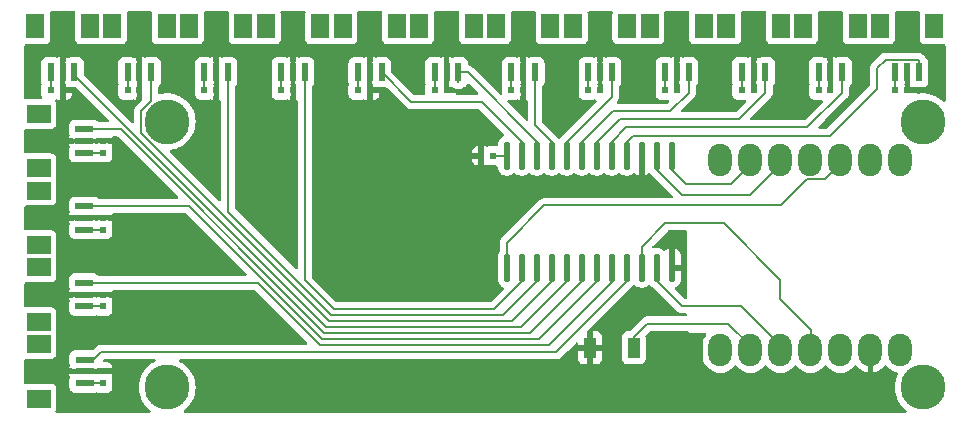
<source format=gbr>
%TF.GenerationSoftware,KiCad,Pcbnew,8.0.1*%
%TF.CreationDate,2025-02-03T01:20:01-05:00*%
%TF.ProjectId,glove-v3.1,676c6f76-652d-4763-932e-312e6b696361,rev?*%
%TF.SameCoordinates,Original*%
%TF.FileFunction,Copper,L1,Top*%
%TF.FilePolarity,Positive*%
%FSLAX46Y46*%
G04 Gerber Fmt 4.6, Leading zero omitted, Abs format (unit mm)*
G04 Created by KiCad (PCBNEW 8.0.1) date 2025-02-03 01:20:01*
%MOMM*%
%LPD*%
G01*
G04 APERTURE LIST*
G04 Aperture macros list*
%AMRoundRect*
0 Rectangle with rounded corners*
0 $1 Rounding radius*
0 $2 $3 $4 $5 $6 $7 $8 $9 X,Y pos of 4 corners*
0 Add a 4 corners polygon primitive as box body*
4,1,4,$2,$3,$4,$5,$6,$7,$8,$9,$2,$3,0*
0 Add four circle primitives for the rounded corners*
1,1,$1+$1,$2,$3*
1,1,$1+$1,$4,$5*
1,1,$1+$1,$6,$7*
1,1,$1+$1,$8,$9*
0 Add four rect primitives between the rounded corners*
20,1,$1+$1,$2,$3,$4,$5,0*
20,1,$1+$1,$4,$5,$6,$7,0*
20,1,$1+$1,$6,$7,$8,$9,0*
20,1,$1+$1,$8,$9,$2,$3,0*%
G04 Aperture macros list end*
%TA.AperFunction,SMDPad,CuDef*%
%ADD10RoundRect,1.000000X-0.000010X0.375000X-0.000010X-0.375000X0.000010X-0.375000X0.000010X0.375000X0*%
%TD*%
%TA.AperFunction,ComponentPad*%
%ADD11C,1.524000*%
%TD*%
%TA.AperFunction,SMDPad,CuDef*%
%ADD12R,0.600000X0.600000*%
%TD*%
%TA.AperFunction,SMDPad,CuDef*%
%ADD13R,0.600000X1.550000*%
%TD*%
%TA.AperFunction,SMDPad,CuDef*%
%ADD14R,1.500000X2.000000*%
%TD*%
%TA.AperFunction,ComponentPad*%
%ADD15C,3.800000*%
%TD*%
%TA.AperFunction,SMDPad,CuDef*%
%ADD16R,1.550000X0.600000*%
%TD*%
%TA.AperFunction,SMDPad,CuDef*%
%ADD17R,2.000000X1.500000*%
%TD*%
%TA.AperFunction,SMDPad,CuDef*%
%ADD18R,1.000000X1.800000*%
%TD*%
%TA.AperFunction,SMDPad,CuDef*%
%ADD19O,0.570000X2.390000*%
%TD*%
%TA.AperFunction,ViaPad*%
%ADD20C,0.450000*%
%TD*%
%TA.AperFunction,Conductor*%
%ADD21C,0.200000*%
%TD*%
G04 APERTURE END LIST*
D10*
%TO.P,U1,1,PA02_A0_D0*%
%TO.N,unconnected-(U1-PA02_A0_D0-Pad1)*%
X176134400Y-37765800D03*
D11*
X176150000Y-38150000D03*
D10*
%TO.P,U1,2,PA4_A1_D1*%
%TO.N,unconnected-(U1-PA4_A1_D1-Pad2)*%
X173594400Y-37765800D03*
D11*
X173610000Y-38150000D03*
D10*
%TO.P,U1,3,PA10_A2_D2*%
%TO.N,/MUX_OUT*%
X171054400Y-37765800D03*
D11*
X171070000Y-38150000D03*
D10*
%TO.P,U1,4,PA11_A3_D3*%
%TO.N,unconnected-(U1-PA11_A3_D3-Pad4)*%
X168514400Y-37765800D03*
D11*
X168530000Y-38150000D03*
D10*
%TO.P,U1,5,PA8_A4_D4_SDA*%
%TO.N,/S2*%
X165974400Y-37765800D03*
D11*
X165990000Y-38150000D03*
D10*
%TO.P,U1,6,PA9_A5_D5_SCL*%
%TO.N,/S3*%
X163434400Y-37765800D03*
D11*
X163450000Y-38150000D03*
D10*
%TO.P,U1,7,PB08_A6_D6_TX*%
%TO.N,unconnected-(U1-PB08_A6_D6_TX-Pad7)*%
X160894400Y-37765800D03*
D11*
X160910000Y-38150000D03*
%TO.P,U1,8,PB09_A7_D7_RX*%
%TO.N,unconnected-(U1-PB09_A7_D7_RX-Pad8)*%
X160910000Y-53542400D03*
D10*
X160894400Y-53930800D03*
D11*
%TO.P,U1,9,PA7_A8_D8_SCK*%
%TO.N,Net-(U1-PA7_A8_D8_SCK)*%
X163450000Y-53542400D03*
D10*
X163434400Y-53930800D03*
D11*
%TO.P,U1,10,PA5_A9_D9_MISO*%
%TO.N,/S1*%
X165990000Y-53542400D03*
D10*
X165974400Y-53930800D03*
D11*
%TO.P,U1,11,PA6_A10_D10_MOSI*%
%TO.N,/S0*%
X168530000Y-53542400D03*
D10*
X168514400Y-53930800D03*
D11*
%TO.P,U1,12,3V3*%
%TO.N,+3V3*%
X171070000Y-53542400D03*
D10*
X171054400Y-53930800D03*
D11*
%TO.P,U1,13,GND*%
%TO.N,GND*%
X173610000Y-53542400D03*
D10*
X173594400Y-53930800D03*
D11*
%TO.P,U1,14,5V*%
%TO.N,unconnected-(U1-5V-Pad14)*%
X176150000Y-53542400D03*
D10*
X176134400Y-53930800D03*
%TD*%
D12*
%TO.P,C16,1*%
%TO.N,+3V3*%
X141650000Y-37450000D03*
%TO.P,C16,2*%
%TO.N,GND*%
X140650000Y-37450000D03*
%TD*%
%TO.P,C11,1*%
%TO.N,GND*%
X150700000Y-31900000D03*
%TO.P,C11,2*%
%TO.N,+3V3*%
X149700000Y-31900000D03*
%TD*%
%TO.P,C14,1*%
%TO.N,GND*%
X170200000Y-31900000D03*
%TO.P,C14,2*%
%TO.N,+3V3*%
X169200000Y-31900000D03*
%TD*%
%TO.P,C15,1*%
%TO.N,GND*%
X176700000Y-31900000D03*
%TO.P,C15,2*%
%TO.N,+3V3*%
X175700000Y-31900000D03*
%TD*%
D13*
%TO.P,H13,1,1*%
%TO.N,/HALL_13*%
X164700000Y-30380000D03*
%TO.P,H13,2,2*%
%TO.N,GND*%
X163700000Y-30380000D03*
%TO.P,H13,3,3*%
%TO.N,+3V3*%
X162700000Y-30380000D03*
D14*
%TO.P,H13,4*%
%TO.N,N/C*%
X161400000Y-26500000D03*
%TO.P,H13,5*%
X166000000Y-26500000D03*
%TD*%
D15*
%TO.P,REF\u002A\u002A,1*%
%TO.N,N/C*%
X114050000Y-34550000D03*
%TD*%
D13*
%TO.P,H9,1,1*%
%TO.N,/HALL_9*%
X138700000Y-30380000D03*
%TO.P,H9,2,2*%
%TO.N,GND*%
X137700000Y-30380000D03*
%TO.P,H9,3,3*%
%TO.N,+3V3*%
X136700000Y-30380000D03*
D14*
%TO.P,H9,4*%
%TO.N,N/C*%
X135400000Y-26500000D03*
%TO.P,H9,5*%
X140000000Y-26500000D03*
%TD*%
D13*
%TO.P,H14,1,1*%
%TO.N,/HALL_14*%
X171200000Y-30380000D03*
%TO.P,H14,2,2*%
%TO.N,GND*%
X170200000Y-30380000D03*
%TO.P,H14,3,3*%
%TO.N,+3V3*%
X169200000Y-30380000D03*
D14*
%TO.P,H14,4*%
%TO.N,N/C*%
X167900000Y-26500000D03*
%TO.P,H14,5*%
X172500000Y-26500000D03*
%TD*%
D16*
%TO.P,H2,1,1*%
%TO.N,/HALL_2*%
X107040000Y-41700000D03*
%TO.P,H2,2,2*%
%TO.N,GND*%
X107040000Y-42700000D03*
%TO.P,H2,3,3*%
%TO.N,+3V3*%
X107040000Y-43700000D03*
D17*
%TO.P,H2,4*%
%TO.N,N/C*%
X103160000Y-45000000D03*
%TO.P,H2,5*%
X103160000Y-40400000D03*
%TD*%
D12*
%TO.P,C3,1*%
%TO.N,GND*%
X108600000Y-36200000D03*
%TO.P,C3,2*%
%TO.N,+3V3*%
X108600000Y-37200000D03*
%TD*%
%TO.P,C5,1*%
%TO.N,GND*%
X111700000Y-31900000D03*
%TO.P,C5,2*%
%TO.N,+3V3*%
X110700000Y-31900000D03*
%TD*%
D16*
%TO.P,H3,1,1*%
%TO.N,/HALL_3*%
X107040000Y-35200000D03*
%TO.P,H3,2,2*%
%TO.N,GND*%
X107040000Y-36200000D03*
%TO.P,H3,3,3*%
%TO.N,+3V3*%
X107040000Y-37200000D03*
D17*
%TO.P,H3,4*%
%TO.N,N/C*%
X103160000Y-38500000D03*
%TO.P,H3,5*%
X103160000Y-33900000D03*
%TD*%
D12*
%TO.P,C0,1*%
%TO.N,GND*%
X108600000Y-55700000D03*
%TO.P,C0,2*%
%TO.N,+3V3*%
X108600000Y-56700000D03*
%TD*%
D18*
%TO.P,U3,1*%
%TO.N,Net-(U1-PA7_A8_D8_SCK)*%
X153550000Y-53700000D03*
%TO.P,U3,2*%
%TO.N,GND*%
X149850000Y-53700000D03*
%TD*%
D15*
%TO.P,REF\u002A\u002A,1*%
%TO.N,N/C*%
X178050000Y-57050000D03*
%TD*%
D12*
%TO.P,C9,1*%
%TO.N,GND*%
X137700000Y-31900000D03*
%TO.P,C9,2*%
%TO.N,+3V3*%
X136700000Y-31900000D03*
%TD*%
%TO.P,C4,1*%
%TO.N,GND*%
X105200000Y-31900000D03*
%TO.P,C4,2*%
%TO.N,+3V3*%
X104200000Y-31900000D03*
%TD*%
D13*
%TO.P,H10,1,1*%
%TO.N,/HALL_10*%
X145200000Y-30380000D03*
%TO.P,H10,2,2*%
%TO.N,GND*%
X144200000Y-30380000D03*
%TO.P,H10,3,3*%
%TO.N,+3V3*%
X143200000Y-30380000D03*
D14*
%TO.P,H10,4*%
%TO.N,N/C*%
X141900000Y-26500000D03*
%TO.P,H10,5*%
X146500000Y-26500000D03*
%TD*%
D13*
%TO.P,H12,1,1*%
%TO.N,/HALL_12*%
X158200000Y-30380000D03*
%TO.P,H12,2,2*%
%TO.N,GND*%
X157200000Y-30380000D03*
%TO.P,H12,3,3*%
%TO.N,+3V3*%
X156200000Y-30380000D03*
D14*
%TO.P,H12,4*%
%TO.N,N/C*%
X154900000Y-26500000D03*
%TO.P,H12,5*%
X159500000Y-26500000D03*
%TD*%
D15*
%TO.P,REF\u002A\u002A,1*%
%TO.N,N/C*%
X114050000Y-57050000D03*
%TD*%
D12*
%TO.P,C12,1*%
%TO.N,GND*%
X157200000Y-31900000D03*
%TO.P,C12,2*%
%TO.N,+3V3*%
X156200000Y-31900000D03*
%TD*%
D16*
%TO.P,H1,1,1*%
%TO.N,/HALL_1*%
X107040000Y-48200000D03*
%TO.P,H1,2,2*%
%TO.N,GND*%
X107040000Y-49200000D03*
%TO.P,H1,3,3*%
%TO.N,+3V3*%
X107040000Y-50200000D03*
D17*
%TO.P,H1,4*%
%TO.N,N/C*%
X103160000Y-51500000D03*
%TO.P,H1,5*%
X103160000Y-46900000D03*
%TD*%
D12*
%TO.P,C8,1*%
%TO.N,GND*%
X131200000Y-31900000D03*
%TO.P,C8,2*%
%TO.N,+3V3*%
X130200000Y-31900000D03*
%TD*%
%TO.P,C1,1*%
%TO.N,GND*%
X108600000Y-49200000D03*
%TO.P,C1,2*%
%TO.N,+3V3*%
X108600000Y-50200000D03*
%TD*%
%TO.P,C2,1*%
%TO.N,GND*%
X108600000Y-42700000D03*
%TO.P,C2,2*%
%TO.N,+3V3*%
X108600000Y-43700000D03*
%TD*%
%TO.P,C13,1*%
%TO.N,GND*%
X163700000Y-31900000D03*
%TO.P,C13,2*%
%TO.N,+3V3*%
X162700000Y-31900000D03*
%TD*%
%TO.P,C6,1*%
%TO.N,GND*%
X118200000Y-31900000D03*
%TO.P,C6,2*%
%TO.N,+3V3*%
X117200000Y-31900000D03*
%TD*%
D13*
%TO.P,H11,1,1*%
%TO.N,/HALL_11*%
X151700000Y-30380000D03*
%TO.P,H11,2,2*%
%TO.N,GND*%
X150700000Y-30380000D03*
%TO.P,H11,3,3*%
%TO.N,+3V3*%
X149700000Y-30380000D03*
D14*
%TO.P,H11,4*%
%TO.N,N/C*%
X148400000Y-26500000D03*
%TO.P,H11,5*%
X153000000Y-26500000D03*
%TD*%
D19*
%TO.P,U2,1,COMMONINPUT/OUTPUT*%
%TO.N,/MUX_OUT*%
X142810000Y-46930000D03*
%TO.P,U2,2,I7*%
%TO.N,/HALL_7*%
X144080000Y-46930000D03*
%TO.P,U2,3,I6*%
%TO.N,/HALL_6*%
X145350000Y-46930000D03*
%TO.P,U2,4,I5*%
%TO.N,/HALL_5*%
X146620000Y-46930000D03*
%TO.P,U2,5,I4*%
%TO.N,/HALL_4*%
X147890000Y-46930000D03*
%TO.P,U2,6,I3*%
%TO.N,/HALL_3*%
X149170000Y-46930000D03*
%TO.P,U2,7,I2*%
%TO.N,/HALL_2*%
X150430000Y-46930000D03*
%TO.P,U2,8,I1*%
%TO.N,/HALL_1*%
X151700000Y-46930000D03*
%TO.P,U2,9,I0*%
%TO.N,/HALL_0*%
X152970000Y-46930000D03*
%TO.P,U2,10,S0*%
%TO.N,/S0*%
X154240000Y-46930000D03*
%TO.P,U2,11,S1*%
%TO.N,/S1*%
X155510000Y-46930000D03*
%TO.P,U2,12,GND*%
%TO.N,GND*%
X156790000Y-46930000D03*
%TO.P,U2,13,S3*%
%TO.N,/S3*%
X156790000Y-37450000D03*
%TO.P,U2,14,S2*%
%TO.N,/S2*%
X155510000Y-37450000D03*
%TO.P,U2,15,~{E}*%
%TO.N,GND*%
X154240000Y-37450000D03*
%TO.P,U2,16,I15*%
%TO.N,/HALL_15*%
X152970000Y-37450000D03*
%TO.P,U2,17,I14*%
%TO.N,/HALL_14*%
X151700000Y-37450000D03*
%TO.P,U2,18,I13*%
%TO.N,/HALL_13*%
X150430000Y-37450000D03*
%TO.P,U2,19,I12*%
%TO.N,/HALL_12*%
X149170000Y-37450000D03*
%TO.P,U2,20,I11*%
%TO.N,/HALL_11*%
X147890000Y-37450000D03*
%TO.P,U2,21,I10*%
%TO.N,/HALL_10*%
X146620000Y-37450000D03*
%TO.P,U2,22,I9*%
%TO.N,/HALL_9*%
X145350000Y-37450000D03*
%TO.P,U2,23,I8*%
%TO.N,/HALL_8*%
X144080000Y-37450000D03*
%TO.P,U2,24,VCC*%
%TO.N,+3V3*%
X142810000Y-37450000D03*
%TD*%
D13*
%TO.P,H6,1,1*%
%TO.N,/HALL_6*%
X119200000Y-30380000D03*
%TO.P,H6,2,2*%
%TO.N,GND*%
X118200000Y-30380000D03*
%TO.P,H6,3,3*%
%TO.N,+3V3*%
X117200000Y-30380000D03*
D14*
%TO.P,H6,4*%
%TO.N,N/C*%
X115900000Y-26500000D03*
%TO.P,H6,5*%
X120500000Y-26500000D03*
%TD*%
D13*
%TO.P,H7,1,1*%
%TO.N,/HALL_7*%
X125700000Y-30380000D03*
%TO.P,H7,2,2*%
%TO.N,GND*%
X124700000Y-30380000D03*
%TO.P,H7,3,3*%
%TO.N,+3V3*%
X123700000Y-30380000D03*
D14*
%TO.P,H7,4*%
%TO.N,N/C*%
X122400000Y-26500000D03*
%TO.P,H7,5*%
X127000000Y-26500000D03*
%TD*%
D13*
%TO.P,H5,1,1*%
%TO.N,/HALL_5*%
X112700000Y-30380000D03*
%TO.P,H5,2,2*%
%TO.N,GND*%
X111700000Y-30380000D03*
%TO.P,H5,3,3*%
%TO.N,+3V3*%
X110700000Y-30380000D03*
D14*
%TO.P,H5,4*%
%TO.N,N/C*%
X109400000Y-26500000D03*
%TO.P,H5,5*%
X114000000Y-26500000D03*
%TD*%
D13*
%TO.P,H4,1,1*%
%TO.N,/HALL_4*%
X106200000Y-30380000D03*
%TO.P,H4,2,2*%
%TO.N,GND*%
X105200000Y-30380000D03*
%TO.P,H4,3,3*%
%TO.N,+3V3*%
X104200000Y-30380000D03*
D14*
%TO.P,H4,4*%
%TO.N,N/C*%
X102900000Y-26500000D03*
%TO.P,H4,5*%
X107500000Y-26500000D03*
%TD*%
D16*
%TO.P,H0,1,1*%
%TO.N,/HALL_0*%
X107052500Y-54700000D03*
%TO.P,H0,2,2*%
%TO.N,GND*%
X107052500Y-55700000D03*
%TO.P,H0,3,3*%
%TO.N,+3V3*%
X107052500Y-56700000D03*
D17*
%TO.P,H0,4*%
%TO.N,N/C*%
X103172500Y-58000000D03*
%TO.P,H0,5*%
X103172500Y-53400000D03*
%TD*%
D13*
%TO.P,H8,1,1*%
%TO.N,/HALL_8*%
X132200000Y-30380000D03*
%TO.P,H8,2,2*%
%TO.N,GND*%
X131200000Y-30380000D03*
%TO.P,H8,3,3*%
%TO.N,+3V3*%
X130200000Y-30380000D03*
D14*
%TO.P,H8,4*%
%TO.N,N/C*%
X128900000Y-26500000D03*
%TO.P,H8,5*%
X133500000Y-26500000D03*
%TD*%
D12*
%TO.P,C10,1*%
%TO.N,GND*%
X144200000Y-31900000D03*
%TO.P,C10,2*%
%TO.N,+3V3*%
X143200000Y-31900000D03*
%TD*%
D13*
%TO.P,H15,1,1*%
%TO.N,/HALL_15*%
X177700000Y-30380000D03*
%TO.P,H15,2,2*%
%TO.N,GND*%
X176700000Y-30380000D03*
%TO.P,H15,3,3*%
%TO.N,+3V3*%
X175700000Y-30380000D03*
D14*
%TO.P,H15,4*%
%TO.N,N/C*%
X174400000Y-26500000D03*
%TO.P,H15,5*%
X179000000Y-26500000D03*
%TD*%
D12*
%TO.P,C7,1*%
%TO.N,GND*%
X124700000Y-31900000D03*
%TO.P,C7,2*%
%TO.N,+3V3*%
X123700000Y-31900000D03*
%TD*%
D15*
%TO.P,REF\u002A\u002A,1*%
%TO.N,N/C*%
X178050000Y-34550000D03*
%TD*%
D20*
%TO.N,GND*%
X107040000Y-49200000D03*
X105200000Y-30380000D03*
X170200000Y-30380000D03*
X131200000Y-30380000D03*
X118200000Y-30380000D03*
X107052500Y-55700000D03*
X107040000Y-36200000D03*
X157200000Y-30380000D03*
X144200000Y-30380000D03*
X107040000Y-42700000D03*
X176700000Y-30380000D03*
X124700000Y-30380000D03*
X154240000Y-37450000D03*
X150700000Y-30380000D03*
X163700000Y-30380000D03*
X140650000Y-37450000D03*
X111700000Y-30380000D03*
X137700000Y-30380000D03*
X156790000Y-46930000D03*
%TO.N,+3V3*%
X130200000Y-30380000D03*
X169200000Y-30380000D03*
X123700000Y-30380000D03*
X162700000Y-30380000D03*
X110700000Y-30380000D03*
X149700000Y-30380000D03*
X136700000Y-30380000D03*
X107040000Y-43700000D03*
X142810000Y-37450000D03*
X156200000Y-30380000D03*
X104200000Y-30380000D03*
X175700000Y-30380000D03*
X107040000Y-37200000D03*
X143200000Y-30380000D03*
X107040000Y-50200000D03*
X117200000Y-30380000D03*
X107052500Y-56700000D03*
%TD*%
D21*
%TO.N,/HALL_8*%
X132200000Y-30380000D02*
X134720000Y-32900000D01*
X144080000Y-36280000D02*
X144080000Y-37450000D01*
X134720000Y-32900000D02*
X140700000Y-32900000D01*
X140700000Y-32900000D02*
X144080000Y-36280000D01*
%TO.N,/HALL_11*%
X151700000Y-30380000D02*
X151700000Y-32450000D01*
X151700000Y-32450000D02*
X147890000Y-36260000D01*
X147890000Y-36260000D02*
X147890000Y-37450000D01*
%TO.N,Net-(U1-PA7_A8_D8_SCK)*%
X153550000Y-53700000D02*
X153550000Y-52800000D01*
X153550000Y-52800000D02*
X154700000Y-51650000D01*
X154700000Y-51650000D02*
X161557600Y-51650000D01*
X161557600Y-51650000D02*
X163450000Y-53542400D01*
%TO.N,/S1*%
X165990000Y-53542400D02*
X162597600Y-50150000D01*
X162597600Y-50150000D02*
X157600000Y-50150000D01*
X157600000Y-50150000D02*
X155510000Y-48060000D01*
X155510000Y-48060000D02*
X155510000Y-46930000D01*
%TO.N,/S3*%
X163450000Y-38150000D02*
X161800000Y-39800000D01*
X161800000Y-39800000D02*
X157950000Y-39800000D01*
X157950000Y-39800000D02*
X156790000Y-38640000D01*
X156790000Y-38640000D02*
X156790000Y-37450000D01*
%TO.N,/S2*%
X155510000Y-37450000D02*
X155510000Y-38660000D01*
X155510000Y-38660000D02*
X157600000Y-40750000D01*
X157600000Y-40750000D02*
X163390000Y-40750000D01*
X163390000Y-40750000D02*
X165990000Y-38150000D01*
%TO.N,/HALL_0*%
X107052500Y-54700000D02*
X107800000Y-54700000D01*
X147000000Y-54050000D02*
X152970000Y-48080000D01*
X107800000Y-54700000D02*
X108450000Y-54050000D01*
X152970000Y-48080000D02*
X152970000Y-46930000D01*
X108450000Y-54050000D02*
X147000000Y-54050000D01*
%TO.N,/HALL_1*%
X107040000Y-48200000D02*
X121700000Y-48200000D01*
X126950000Y-53450000D02*
X146350000Y-53450000D01*
X151700000Y-48100000D02*
X151700000Y-46930000D01*
X121700000Y-48200000D02*
X126950000Y-53450000D01*
X146350000Y-53450000D02*
X151700000Y-48100000D01*
%TO.N,/HALL_2*%
X107040000Y-41700000D02*
X115900000Y-41700000D01*
X127150000Y-52950000D02*
X145550000Y-52950000D01*
X150430000Y-48070000D02*
X150430000Y-46930000D01*
X115900000Y-41700000D02*
X127150000Y-52950000D01*
X145550000Y-52950000D02*
X150430000Y-48070000D01*
%TO.N,/HALL_3*%
X107040000Y-35200000D02*
X110100000Y-35200000D01*
X110100000Y-35200000D02*
X127350000Y-52450000D01*
X127350000Y-52450000D02*
X144800000Y-52450000D01*
X144800000Y-52450000D02*
X149170000Y-48080000D01*
X149170000Y-48080000D02*
X149170000Y-46930000D01*
%TO.N,/HALL_4*%
X106200000Y-30380000D02*
X106200000Y-30640000D01*
X106200000Y-30640000D02*
X127510000Y-51950000D01*
X127510000Y-51950000D02*
X144025000Y-51950000D01*
X144025000Y-51950000D02*
X147890000Y-48085000D01*
X147890000Y-48085000D02*
X147890000Y-46930000D01*
%TO.N,/HALL_5*%
X112700000Y-30380000D02*
X112700000Y-32788730D01*
X127750000Y-51450000D02*
X143250000Y-51450000D01*
X111850000Y-35550000D02*
X127750000Y-51450000D01*
X146620000Y-48080000D02*
X146620000Y-46930000D01*
X111850000Y-33638730D02*
X111850000Y-35550000D01*
X112700000Y-32788730D02*
X111850000Y-33638730D01*
X143250000Y-51450000D02*
X146620000Y-48080000D01*
%TO.N,/HALL_6*%
X119200000Y-30380000D02*
X119200000Y-42200000D01*
X119200000Y-42200000D02*
X127950000Y-50950000D01*
X127950000Y-50950000D02*
X142475000Y-50950000D01*
X142475000Y-50950000D02*
X145350000Y-48075000D01*
X145350000Y-48075000D02*
X145350000Y-46930000D01*
%TO.N,/HALL_7*%
X125700000Y-30380000D02*
X125700000Y-48000000D01*
X125700000Y-48000000D02*
X128150000Y-50450000D01*
X128150000Y-50450000D02*
X141700000Y-50450000D01*
X141700000Y-50450000D02*
X144080000Y-48070000D01*
X144080000Y-48070000D02*
X144080000Y-46930000D01*
%TO.N,/S0*%
X154240000Y-46930000D02*
X154240000Y-45130000D01*
X154240000Y-45130000D02*
X156220000Y-43150000D01*
%TO.N,/MUX_OUT*%
X142810000Y-46930000D02*
X142810000Y-44790000D01*
X142810000Y-44790000D02*
X145950000Y-41650000D01*
%TO.N,GND*%
X107040000Y-36200000D02*
X108600000Y-36200000D01*
X107040000Y-42700000D02*
X108600000Y-42700000D01*
X107040000Y-49200000D02*
X108600000Y-49200000D01*
X131200000Y-30380000D02*
X131200000Y-31900000D01*
X150700000Y-30380000D02*
X150700000Y-31900000D01*
X124700000Y-30380000D02*
X124700000Y-31900000D01*
X144200000Y-30380000D02*
X144200000Y-31900000D01*
X107052500Y-55700000D02*
X108600000Y-55700000D01*
X170200000Y-30380000D02*
X170200000Y-31900000D01*
X176700000Y-30380000D02*
X176700000Y-31900000D01*
X163700000Y-30380000D02*
X163700000Y-31900000D01*
X157200000Y-30380000D02*
X157200000Y-31900000D01*
X118200000Y-30380000D02*
X118200000Y-31900000D01*
X137700000Y-30380000D02*
X137700000Y-31900000D01*
X105200000Y-30380000D02*
X105200000Y-31900000D01*
X111700000Y-30380000D02*
X111700000Y-31900000D01*
%TO.N,+3V3*%
X123700000Y-31900000D02*
X123700000Y-30380000D01*
X107052500Y-56700000D02*
X108600000Y-56700000D01*
X104200000Y-31900000D02*
X104200000Y-30380000D01*
X142800000Y-37440000D02*
X142810000Y-37450000D01*
X108600000Y-37200000D02*
X107040000Y-37200000D01*
X108600000Y-43700000D02*
X107040000Y-43700000D01*
X149700000Y-31900000D02*
X149700000Y-30380000D01*
X130200000Y-31900000D02*
X130200000Y-30380000D01*
X175700000Y-30380000D02*
X175700000Y-31900000D01*
X136700000Y-31900000D02*
X136700000Y-30380000D01*
X108600000Y-50200000D02*
X107040000Y-50200000D01*
X117200000Y-31900000D02*
X117200000Y-30380000D01*
X169200000Y-30380000D02*
X169200000Y-31900000D01*
X110700000Y-31900000D02*
X110700000Y-30380000D01*
X162700000Y-31900000D02*
X162700000Y-30380000D01*
X141650000Y-37440000D02*
X142800000Y-37440000D01*
X156200000Y-31900000D02*
X156200000Y-30380000D01*
X143200000Y-31900000D02*
X143200000Y-30380000D01*
%TO.N,/S0*%
X161200022Y-43150000D02*
X165974400Y-47924378D01*
X165974400Y-47924378D02*
X165974400Y-49604222D01*
X165974400Y-49604222D02*
X168530000Y-52159822D01*
X156220000Y-43150000D02*
X161200022Y-43150000D01*
X168530000Y-52159822D02*
X168530000Y-53542400D01*
%TO.N,/MUX_OUT*%
X166050000Y-41650000D02*
X145950000Y-41650000D01*
X168259200Y-39440800D02*
X166050000Y-41650000D01*
X169779200Y-39440800D02*
X168259200Y-39440800D01*
X171070000Y-38150000D02*
X169779200Y-39440800D01*
%TO.N,/HALL_9*%
X145350000Y-36250000D02*
X145350000Y-37450000D01*
X139480000Y-30380000D02*
X145350000Y-36250000D01*
X138700000Y-30380000D02*
X139480000Y-30380000D01*
X138700000Y-30380000D02*
X138700000Y-31200000D01*
%TO.N,/HALL_10*%
X145200000Y-30380000D02*
X145200000Y-34850000D01*
X145200000Y-34850000D02*
X146620000Y-36270000D01*
X146620000Y-36270000D02*
X146620000Y-37450000D01*
%TO.N,/HALL_15*%
X152970000Y-36280000D02*
X152970000Y-37450000D01*
X170150000Y-35750000D02*
X153500000Y-35750000D01*
X177600000Y-29305000D02*
X174895000Y-29305000D01*
X153500000Y-35750000D02*
X152970000Y-36280000D01*
X177700000Y-30380000D02*
X177700000Y-29405000D01*
X174150000Y-30050000D02*
X174150000Y-31750000D01*
X174150000Y-31750000D02*
X170150000Y-35750000D01*
X177700000Y-29405000D02*
X177600000Y-29305000D01*
X174895000Y-29305000D02*
X174150000Y-30050000D01*
%TO.N,/HALL_12*%
X158200000Y-30380000D02*
X158200000Y-32100000D01*
X156650000Y-33650000D02*
X151800000Y-33650000D01*
X151800000Y-33650000D02*
X149170000Y-36280000D01*
X158200000Y-32100000D02*
X156650000Y-33650000D01*
X149170000Y-36280000D02*
X149170000Y-37450000D01*
%TO.N,/HALL_14*%
X152900000Y-35050000D02*
X151700000Y-36250000D01*
X171200000Y-32100000D02*
X168250000Y-35050000D01*
X151700000Y-36250000D02*
X151700000Y-37450000D01*
X171200000Y-30380000D02*
X171200000Y-32100000D01*
X168250000Y-35050000D02*
X152900000Y-35050000D01*
%TO.N,/HALL_13*%
X164700000Y-32100000D02*
X162450000Y-34350000D01*
X152350000Y-34350000D02*
X150430000Y-36270000D01*
X162450000Y-34350000D02*
X152350000Y-34350000D01*
X164700000Y-30380000D02*
X164700000Y-32100000D01*
X150430000Y-36270000D02*
X150430000Y-37450000D01*
%TD*%
%TA.AperFunction,Conductor*%
%TO.N,GND*%
G36*
X106215972Y-25220185D02*
G01*
X106261727Y-25272989D01*
X106271671Y-25342147D01*
X106265115Y-25367832D01*
X106255909Y-25392514D01*
X106255908Y-25392516D01*
X106249501Y-25452116D01*
X106249501Y-25452123D01*
X106249500Y-25452135D01*
X106249500Y-27547870D01*
X106249501Y-27547876D01*
X106255908Y-27607483D01*
X106306202Y-27742328D01*
X106306206Y-27742335D01*
X106392452Y-27857544D01*
X106392455Y-27857547D01*
X106507664Y-27943793D01*
X106507671Y-27943797D01*
X106642517Y-27994091D01*
X106642516Y-27994091D01*
X106649444Y-27994835D01*
X106702127Y-28000500D01*
X108297872Y-28000499D01*
X108357483Y-27994091D01*
X108406665Y-27975746D01*
X108476355Y-27970761D01*
X108493333Y-27975747D01*
X108542508Y-27994088D01*
X108542511Y-27994088D01*
X108542517Y-27994091D01*
X108602127Y-28000500D01*
X110197872Y-28000499D01*
X110257483Y-27994091D01*
X110392331Y-27943796D01*
X110507546Y-27857546D01*
X110593796Y-27742331D01*
X110644091Y-27607483D01*
X110650500Y-27547873D01*
X110650499Y-25452128D01*
X110644091Y-25392517D01*
X110644090Y-25392514D01*
X110634885Y-25367832D01*
X110629901Y-25298140D01*
X110663387Y-25236818D01*
X110724711Y-25203333D01*
X110751067Y-25200500D01*
X112648933Y-25200500D01*
X112715972Y-25220185D01*
X112761727Y-25272989D01*
X112771671Y-25342147D01*
X112765115Y-25367832D01*
X112755909Y-25392514D01*
X112755908Y-25392516D01*
X112749501Y-25452116D01*
X112749501Y-25452123D01*
X112749500Y-25452135D01*
X112749500Y-27547870D01*
X112749501Y-27547876D01*
X112755908Y-27607483D01*
X112806202Y-27742328D01*
X112806206Y-27742335D01*
X112892452Y-27857544D01*
X112892455Y-27857547D01*
X113007664Y-27943793D01*
X113007671Y-27943797D01*
X113142517Y-27994091D01*
X113142516Y-27994091D01*
X113149444Y-27994835D01*
X113202127Y-28000500D01*
X114797872Y-28000499D01*
X114857483Y-27994091D01*
X114906665Y-27975746D01*
X114976355Y-27970761D01*
X114993333Y-27975747D01*
X115042508Y-27994088D01*
X115042511Y-27994088D01*
X115042517Y-27994091D01*
X115102127Y-28000500D01*
X116697872Y-28000499D01*
X116757483Y-27994091D01*
X116892331Y-27943796D01*
X117007546Y-27857546D01*
X117093796Y-27742331D01*
X117144091Y-27607483D01*
X117150500Y-27547873D01*
X117150499Y-25452128D01*
X117144091Y-25392517D01*
X117144090Y-25392514D01*
X117134885Y-25367832D01*
X117129901Y-25298140D01*
X117163387Y-25236818D01*
X117224711Y-25203333D01*
X117251067Y-25200500D01*
X119148933Y-25200500D01*
X119215972Y-25220185D01*
X119261727Y-25272989D01*
X119271671Y-25342147D01*
X119265115Y-25367832D01*
X119255909Y-25392514D01*
X119255908Y-25392516D01*
X119249501Y-25452116D01*
X119249501Y-25452123D01*
X119249500Y-25452135D01*
X119249500Y-27547870D01*
X119249501Y-27547876D01*
X119255908Y-27607483D01*
X119306202Y-27742328D01*
X119306206Y-27742335D01*
X119392452Y-27857544D01*
X119392455Y-27857547D01*
X119507664Y-27943793D01*
X119507671Y-27943797D01*
X119642517Y-27994091D01*
X119642516Y-27994091D01*
X119649444Y-27994835D01*
X119702127Y-28000500D01*
X121297872Y-28000499D01*
X121357483Y-27994091D01*
X121406665Y-27975746D01*
X121476355Y-27970761D01*
X121493333Y-27975747D01*
X121542508Y-27994088D01*
X121542511Y-27994088D01*
X121542517Y-27994091D01*
X121602127Y-28000500D01*
X123197872Y-28000499D01*
X123257483Y-27994091D01*
X123392331Y-27943796D01*
X123507546Y-27857546D01*
X123593796Y-27742331D01*
X123644091Y-27607483D01*
X123650500Y-27547873D01*
X123650499Y-25452128D01*
X123644091Y-25392517D01*
X123644090Y-25392514D01*
X123634885Y-25367832D01*
X123629901Y-25298140D01*
X123663387Y-25236818D01*
X123724711Y-25203333D01*
X123751067Y-25200500D01*
X125648933Y-25200500D01*
X125715972Y-25220185D01*
X125761727Y-25272989D01*
X125771671Y-25342147D01*
X125765115Y-25367832D01*
X125755909Y-25392514D01*
X125755908Y-25392516D01*
X125749501Y-25452116D01*
X125749501Y-25452123D01*
X125749500Y-25452135D01*
X125749500Y-27547870D01*
X125749501Y-27547876D01*
X125755908Y-27607483D01*
X125806202Y-27742328D01*
X125806206Y-27742335D01*
X125892452Y-27857544D01*
X125892455Y-27857547D01*
X126007664Y-27943793D01*
X126007671Y-27943797D01*
X126142517Y-27994091D01*
X126142516Y-27994091D01*
X126149444Y-27994835D01*
X126202127Y-28000500D01*
X127797872Y-28000499D01*
X127857483Y-27994091D01*
X127906665Y-27975746D01*
X127976355Y-27970761D01*
X127993333Y-27975747D01*
X128042508Y-27994088D01*
X128042511Y-27994088D01*
X128042517Y-27994091D01*
X128102127Y-28000500D01*
X129697872Y-28000499D01*
X129757483Y-27994091D01*
X129892331Y-27943796D01*
X130007546Y-27857546D01*
X130093796Y-27742331D01*
X130144091Y-27607483D01*
X130150500Y-27547873D01*
X130150499Y-25452128D01*
X130144091Y-25392517D01*
X130144090Y-25392514D01*
X130134885Y-25367832D01*
X130129901Y-25298140D01*
X130163387Y-25236818D01*
X130224711Y-25203333D01*
X130251067Y-25200500D01*
X132148933Y-25200500D01*
X132215972Y-25220185D01*
X132261727Y-25272989D01*
X132271671Y-25342147D01*
X132265115Y-25367832D01*
X132255909Y-25392514D01*
X132255908Y-25392516D01*
X132249501Y-25452116D01*
X132249501Y-25452123D01*
X132249500Y-25452135D01*
X132249500Y-27547870D01*
X132249501Y-27547876D01*
X132255908Y-27607483D01*
X132306202Y-27742328D01*
X132306206Y-27742335D01*
X132392452Y-27857544D01*
X132392455Y-27857547D01*
X132507664Y-27943793D01*
X132507671Y-27943797D01*
X132642517Y-27994091D01*
X132642516Y-27994091D01*
X132649444Y-27994835D01*
X132702127Y-28000500D01*
X134297872Y-28000499D01*
X134357483Y-27994091D01*
X134406665Y-27975746D01*
X134476355Y-27970761D01*
X134493333Y-27975747D01*
X134542508Y-27994088D01*
X134542511Y-27994088D01*
X134542517Y-27994091D01*
X134602127Y-28000500D01*
X136197872Y-28000499D01*
X136257483Y-27994091D01*
X136392331Y-27943796D01*
X136507546Y-27857546D01*
X136593796Y-27742331D01*
X136644091Y-27607483D01*
X136650500Y-27547873D01*
X136650499Y-25452128D01*
X136644091Y-25392517D01*
X136644090Y-25392514D01*
X136634885Y-25367832D01*
X136629901Y-25298140D01*
X136663387Y-25236818D01*
X136724711Y-25203333D01*
X136751067Y-25200500D01*
X138648933Y-25200500D01*
X138715972Y-25220185D01*
X138761727Y-25272989D01*
X138771671Y-25342147D01*
X138765115Y-25367832D01*
X138755909Y-25392514D01*
X138755908Y-25392516D01*
X138749501Y-25452116D01*
X138749501Y-25452123D01*
X138749500Y-25452135D01*
X138749500Y-27547870D01*
X138749501Y-27547876D01*
X138755908Y-27607483D01*
X138806202Y-27742328D01*
X138806206Y-27742335D01*
X138892452Y-27857544D01*
X138892455Y-27857547D01*
X139007664Y-27943793D01*
X139007671Y-27943797D01*
X139142517Y-27994091D01*
X139142516Y-27994091D01*
X139149444Y-27994835D01*
X139202127Y-28000500D01*
X140797872Y-28000499D01*
X140857483Y-27994091D01*
X140906665Y-27975746D01*
X140976355Y-27970761D01*
X140993333Y-27975747D01*
X141042508Y-27994088D01*
X141042511Y-27994088D01*
X141042517Y-27994091D01*
X141102127Y-28000500D01*
X142697872Y-28000499D01*
X142757483Y-27994091D01*
X142892331Y-27943796D01*
X143007546Y-27857546D01*
X143093796Y-27742331D01*
X143144091Y-27607483D01*
X143150500Y-27547873D01*
X143150499Y-25452128D01*
X143144091Y-25392517D01*
X143144090Y-25392514D01*
X143134885Y-25367832D01*
X143129901Y-25298140D01*
X143163387Y-25236818D01*
X143224711Y-25203333D01*
X143251067Y-25200500D01*
X145148933Y-25200500D01*
X145215972Y-25220185D01*
X145261727Y-25272989D01*
X145271671Y-25342147D01*
X145265115Y-25367832D01*
X145255909Y-25392514D01*
X145255908Y-25392516D01*
X145249501Y-25452116D01*
X145249501Y-25452123D01*
X145249500Y-25452135D01*
X145249500Y-27547870D01*
X145249501Y-27547876D01*
X145255908Y-27607483D01*
X145306202Y-27742328D01*
X145306206Y-27742335D01*
X145392452Y-27857544D01*
X145392455Y-27857547D01*
X145507664Y-27943793D01*
X145507671Y-27943797D01*
X145642517Y-27994091D01*
X145642516Y-27994091D01*
X145649444Y-27994835D01*
X145702127Y-28000500D01*
X147297872Y-28000499D01*
X147357483Y-27994091D01*
X147406665Y-27975746D01*
X147476355Y-27970761D01*
X147493333Y-27975747D01*
X147542508Y-27994088D01*
X147542511Y-27994088D01*
X147542517Y-27994091D01*
X147602127Y-28000500D01*
X149197872Y-28000499D01*
X149257483Y-27994091D01*
X149392331Y-27943796D01*
X149507546Y-27857546D01*
X149593796Y-27742331D01*
X149644091Y-27607483D01*
X149650500Y-27547873D01*
X149650499Y-25452128D01*
X149644091Y-25392517D01*
X149644090Y-25392514D01*
X149634885Y-25367832D01*
X149629901Y-25298140D01*
X149663387Y-25236818D01*
X149724711Y-25203333D01*
X149751067Y-25200500D01*
X151648933Y-25200500D01*
X151715972Y-25220185D01*
X151761727Y-25272989D01*
X151771671Y-25342147D01*
X151765115Y-25367832D01*
X151755909Y-25392514D01*
X151755908Y-25392516D01*
X151749501Y-25452116D01*
X151749501Y-25452123D01*
X151749500Y-25452135D01*
X151749500Y-27547870D01*
X151749501Y-27547876D01*
X151755908Y-27607483D01*
X151806202Y-27742328D01*
X151806206Y-27742335D01*
X151892452Y-27857544D01*
X151892455Y-27857547D01*
X152007664Y-27943793D01*
X152007671Y-27943797D01*
X152142517Y-27994091D01*
X152142516Y-27994091D01*
X152149444Y-27994835D01*
X152202127Y-28000500D01*
X153797872Y-28000499D01*
X153857483Y-27994091D01*
X153906665Y-27975746D01*
X153976355Y-27970761D01*
X153993333Y-27975747D01*
X154042508Y-27994088D01*
X154042511Y-27994088D01*
X154042517Y-27994091D01*
X154102127Y-28000500D01*
X155697872Y-28000499D01*
X155757483Y-27994091D01*
X155892331Y-27943796D01*
X156007546Y-27857546D01*
X156093796Y-27742331D01*
X156144091Y-27607483D01*
X156150500Y-27547873D01*
X156150499Y-25452128D01*
X156144091Y-25392517D01*
X156144090Y-25392514D01*
X156134885Y-25367832D01*
X156129901Y-25298140D01*
X156163387Y-25236818D01*
X156224711Y-25203333D01*
X156251067Y-25200500D01*
X158148933Y-25200500D01*
X158215972Y-25220185D01*
X158261727Y-25272989D01*
X158271671Y-25342147D01*
X158265115Y-25367832D01*
X158255909Y-25392514D01*
X158255908Y-25392516D01*
X158249501Y-25452116D01*
X158249501Y-25452123D01*
X158249500Y-25452135D01*
X158249500Y-27547870D01*
X158249501Y-27547876D01*
X158255908Y-27607483D01*
X158306202Y-27742328D01*
X158306206Y-27742335D01*
X158392452Y-27857544D01*
X158392455Y-27857547D01*
X158507664Y-27943793D01*
X158507671Y-27943797D01*
X158642517Y-27994091D01*
X158642516Y-27994091D01*
X158649444Y-27994835D01*
X158702127Y-28000500D01*
X160297872Y-28000499D01*
X160357483Y-27994091D01*
X160406665Y-27975746D01*
X160476355Y-27970761D01*
X160493333Y-27975747D01*
X160542508Y-27994088D01*
X160542511Y-27994088D01*
X160542517Y-27994091D01*
X160602127Y-28000500D01*
X162197872Y-28000499D01*
X162257483Y-27994091D01*
X162392331Y-27943796D01*
X162507546Y-27857546D01*
X162593796Y-27742331D01*
X162644091Y-27607483D01*
X162650500Y-27547873D01*
X162650499Y-25452128D01*
X162644091Y-25392517D01*
X162644090Y-25392514D01*
X162634885Y-25367832D01*
X162629901Y-25298140D01*
X162663387Y-25236818D01*
X162724711Y-25203333D01*
X162751067Y-25200500D01*
X164648933Y-25200500D01*
X164715972Y-25220185D01*
X164761727Y-25272989D01*
X164771671Y-25342147D01*
X164765115Y-25367832D01*
X164755909Y-25392514D01*
X164755908Y-25392516D01*
X164749501Y-25452116D01*
X164749501Y-25452123D01*
X164749500Y-25452135D01*
X164749500Y-27547870D01*
X164749501Y-27547876D01*
X164755908Y-27607483D01*
X164806202Y-27742328D01*
X164806206Y-27742335D01*
X164892452Y-27857544D01*
X164892455Y-27857547D01*
X165007664Y-27943793D01*
X165007671Y-27943797D01*
X165142517Y-27994091D01*
X165142516Y-27994091D01*
X165149444Y-27994835D01*
X165202127Y-28000500D01*
X166797872Y-28000499D01*
X166857483Y-27994091D01*
X166906665Y-27975746D01*
X166976355Y-27970761D01*
X166993333Y-27975747D01*
X167042508Y-27994088D01*
X167042511Y-27994088D01*
X167042517Y-27994091D01*
X167102127Y-28000500D01*
X168697872Y-28000499D01*
X168757483Y-27994091D01*
X168892331Y-27943796D01*
X169007546Y-27857546D01*
X169093796Y-27742331D01*
X169144091Y-27607483D01*
X169150500Y-27547873D01*
X169150499Y-25452128D01*
X169144091Y-25392517D01*
X169144090Y-25392514D01*
X169134885Y-25367832D01*
X169129901Y-25298140D01*
X169163387Y-25236818D01*
X169224711Y-25203333D01*
X169251067Y-25200500D01*
X171148933Y-25200500D01*
X171215972Y-25220185D01*
X171261727Y-25272989D01*
X171271671Y-25342147D01*
X171265115Y-25367832D01*
X171255909Y-25392514D01*
X171255908Y-25392516D01*
X171249501Y-25452116D01*
X171249501Y-25452123D01*
X171249500Y-25452135D01*
X171249500Y-27547870D01*
X171249501Y-27547876D01*
X171255908Y-27607483D01*
X171306202Y-27742328D01*
X171306206Y-27742335D01*
X171392452Y-27857544D01*
X171392455Y-27857547D01*
X171507664Y-27943793D01*
X171507671Y-27943797D01*
X171642517Y-27994091D01*
X171642516Y-27994091D01*
X171649444Y-27994835D01*
X171702127Y-28000500D01*
X173297872Y-28000499D01*
X173357483Y-27994091D01*
X173406665Y-27975746D01*
X173476355Y-27970761D01*
X173493333Y-27975747D01*
X173542508Y-27994088D01*
X173542511Y-27994088D01*
X173542517Y-27994091D01*
X173602127Y-28000500D01*
X175197872Y-28000499D01*
X175257483Y-27994091D01*
X175392331Y-27943796D01*
X175507546Y-27857546D01*
X175593796Y-27742331D01*
X175644091Y-27607483D01*
X175650500Y-27547873D01*
X175650499Y-25452128D01*
X175644091Y-25392517D01*
X175644090Y-25392514D01*
X175634885Y-25367832D01*
X175629901Y-25298140D01*
X175663387Y-25236818D01*
X175724711Y-25203333D01*
X175751067Y-25200500D01*
X177648933Y-25200500D01*
X177715972Y-25220185D01*
X177761727Y-25272989D01*
X177771671Y-25342147D01*
X177765115Y-25367832D01*
X177755909Y-25392514D01*
X177755908Y-25392516D01*
X177749501Y-25452116D01*
X177749501Y-25452123D01*
X177749500Y-25452135D01*
X177749500Y-27547870D01*
X177749501Y-27547876D01*
X177755908Y-27607483D01*
X177806202Y-27742328D01*
X177806206Y-27742335D01*
X177892452Y-27857544D01*
X177892455Y-27857547D01*
X178007664Y-27943793D01*
X178007671Y-27943797D01*
X178142517Y-27994091D01*
X178142516Y-27994091D01*
X178149444Y-27994835D01*
X178202127Y-28000500D01*
X179797872Y-28000499D01*
X179812242Y-27998954D01*
X179881001Y-28011357D01*
X179932140Y-28058966D01*
X179949500Y-28122243D01*
X179949500Y-32754193D01*
X179929815Y-32821232D01*
X179877011Y-32866987D01*
X179807853Y-32876931D01*
X179744297Y-32847906D01*
X179740616Y-32844585D01*
X179583163Y-32696727D01*
X179583153Y-32696719D01*
X179338806Y-32519191D01*
X179338799Y-32519186D01*
X179338795Y-32519184D01*
X179074104Y-32373668D01*
X179074101Y-32373666D01*
X179074096Y-32373664D01*
X179074095Y-32373663D01*
X178793265Y-32262475D01*
X178793262Y-32262474D01*
X178500695Y-32187357D01*
X178201036Y-32149500D01*
X178201027Y-32149500D01*
X177898973Y-32149500D01*
X177898961Y-32149500D01*
X177604572Y-32186691D01*
X177535594Y-32175564D01*
X177501350Y-32151350D01*
X177500000Y-32150000D01*
X176624500Y-32150000D01*
X176557461Y-32130315D01*
X176511706Y-32077511D01*
X176500500Y-32026000D01*
X176500499Y-31552129D01*
X176500498Y-31552123D01*
X176498935Y-31537584D01*
X176494091Y-31492517D01*
X176467353Y-31420831D01*
X176462370Y-31351142D01*
X176467355Y-31334165D01*
X176494089Y-31262488D01*
X176494091Y-31262483D01*
X176500500Y-31202873D01*
X176500499Y-30253999D01*
X176520183Y-30186961D01*
X176572987Y-30141206D01*
X176624499Y-30130000D01*
X176775500Y-30130000D01*
X176842539Y-30149685D01*
X176888294Y-30202489D01*
X176899500Y-30254000D01*
X176899500Y-31202870D01*
X176899501Y-31202876D01*
X176905908Y-31262481D01*
X176905909Y-31262483D01*
X176942182Y-31359737D01*
X176950000Y-31403068D01*
X176950000Y-31650000D01*
X177294329Y-31650000D01*
X177307584Y-31650710D01*
X177352127Y-31655500D01*
X178047872Y-31655499D01*
X178107483Y-31649091D01*
X178242331Y-31598796D01*
X178357546Y-31512546D01*
X178443796Y-31397331D01*
X178494091Y-31262483D01*
X178500500Y-31202873D01*
X178500499Y-29557128D01*
X178494091Y-29497517D01*
X178443796Y-29362669D01*
X178443795Y-29362668D01*
X178443793Y-29362664D01*
X178357548Y-29247457D01*
X178357546Y-29247454D01*
X178357542Y-29247451D01*
X178357539Y-29247448D01*
X178280849Y-29190037D01*
X178247773Y-29152771D01*
X178180520Y-29036284D01*
X178068716Y-28924480D01*
X177968716Y-28824480D01*
X177881904Y-28774360D01*
X177881904Y-28774359D01*
X177881900Y-28774358D01*
X177831785Y-28745423D01*
X177679057Y-28704499D01*
X177520943Y-28704499D01*
X177513347Y-28704499D01*
X177513331Y-28704500D01*
X174974057Y-28704500D01*
X174815943Y-28704500D01*
X174663215Y-28745423D01*
X174663214Y-28745423D01*
X174663212Y-28745424D01*
X174663209Y-28745425D01*
X174613096Y-28774359D01*
X174613095Y-28774360D01*
X174569689Y-28799420D01*
X174526285Y-28824479D01*
X174526282Y-28824481D01*
X173669479Y-29681284D01*
X173649913Y-29715174D01*
X173641643Y-29729500D01*
X173590423Y-29818215D01*
X173549499Y-29970943D01*
X173549499Y-29970945D01*
X173549499Y-30139046D01*
X173549500Y-30139059D01*
X173549500Y-31449903D01*
X173529815Y-31516942D01*
X173513181Y-31537584D01*
X169937584Y-35113181D01*
X169876261Y-35146666D01*
X169849903Y-35149500D01*
X169299097Y-35149500D01*
X169232058Y-35129815D01*
X169186303Y-35077011D01*
X169176359Y-35007853D01*
X169205384Y-34944297D01*
X169211416Y-34937819D01*
X169772224Y-34377011D01*
X171558506Y-32590727D01*
X171558511Y-32590724D01*
X171568714Y-32580520D01*
X171568716Y-32580520D01*
X171680520Y-32468716D01*
X171731440Y-32380520D01*
X171759577Y-32331785D01*
X171800501Y-32179057D01*
X171800501Y-32020943D01*
X171800501Y-32020942D01*
X171800501Y-32013348D01*
X171800500Y-32013330D01*
X171800500Y-31617320D01*
X171820185Y-31550281D01*
X171850192Y-31518051D01*
X171857546Y-31512546D01*
X171943796Y-31397331D01*
X171994091Y-31262483D01*
X172000500Y-31202873D01*
X172000499Y-29557128D01*
X171994091Y-29497517D01*
X171943796Y-29362669D01*
X171943795Y-29362668D01*
X171943793Y-29362664D01*
X171857547Y-29247455D01*
X171857544Y-29247452D01*
X171742335Y-29161206D01*
X171742328Y-29161202D01*
X171607486Y-29110910D01*
X171607485Y-29110909D01*
X171607483Y-29110909D01*
X171547873Y-29104500D01*
X171547863Y-29104500D01*
X170852129Y-29104500D01*
X170852123Y-29104501D01*
X170792517Y-29110908D01*
X170742616Y-29129520D01*
X170672925Y-29134503D01*
X170655953Y-29129519D01*
X170607383Y-29111403D01*
X170607372Y-29111401D01*
X170547844Y-29105000D01*
X170450000Y-29105000D01*
X170450000Y-29356930D01*
X170442182Y-29400263D01*
X170405908Y-29497517D01*
X170399501Y-29557116D01*
X170399501Y-29557123D01*
X170399500Y-29557135D01*
X170399500Y-31202870D01*
X170399501Y-31202876D01*
X170405908Y-31262481D01*
X170405909Y-31262483D01*
X170442182Y-31359737D01*
X170450000Y-31403068D01*
X170450000Y-31949403D01*
X170430315Y-32016442D01*
X170413681Y-32037084D01*
X170337084Y-32113681D01*
X170275761Y-32147166D01*
X170249403Y-32150000D01*
X170124500Y-32150000D01*
X170057461Y-32130315D01*
X170011706Y-32077511D01*
X170000500Y-32026000D01*
X170000499Y-31552129D01*
X170000498Y-31552123D01*
X169998935Y-31537584D01*
X169994091Y-31492517D01*
X169967353Y-31420831D01*
X169962370Y-31351142D01*
X169967355Y-31334165D01*
X169994089Y-31262488D01*
X169994091Y-31262483D01*
X170000500Y-31202873D01*
X170000499Y-29557128D01*
X169994091Y-29497517D01*
X169957818Y-29400263D01*
X169950000Y-29356930D01*
X169950000Y-29105000D01*
X169852155Y-29105000D01*
X169792627Y-29111401D01*
X169792623Y-29111402D01*
X169744046Y-29129520D01*
X169674354Y-29134503D01*
X169657382Y-29129519D01*
X169607488Y-29110910D01*
X169607484Y-29110909D01*
X169607483Y-29110909D01*
X169547873Y-29104500D01*
X169547863Y-29104500D01*
X168852129Y-29104500D01*
X168852123Y-29104501D01*
X168792516Y-29110908D01*
X168657671Y-29161202D01*
X168657664Y-29161206D01*
X168542455Y-29247452D01*
X168542452Y-29247455D01*
X168456206Y-29362664D01*
X168456202Y-29362671D01*
X168405908Y-29497517D01*
X168399501Y-29557116D01*
X168399501Y-29557123D01*
X168399500Y-29557135D01*
X168399500Y-31202870D01*
X168399501Y-31202876D01*
X168405908Y-31262481D01*
X168405909Y-31262483D01*
X168432644Y-31334165D01*
X168432645Y-31334166D01*
X168437629Y-31403858D01*
X168432645Y-31420831D01*
X168405910Y-31492511D01*
X168405909Y-31492515D01*
X168405909Y-31492517D01*
X168399500Y-31552127D01*
X168399500Y-31552134D01*
X168399500Y-31552135D01*
X168399500Y-32247870D01*
X168399501Y-32247876D01*
X168405908Y-32307483D01*
X168456202Y-32442328D01*
X168456206Y-32442335D01*
X168542452Y-32557544D01*
X168542455Y-32557547D01*
X168657664Y-32643793D01*
X168657671Y-32643797D01*
X168702618Y-32660561D01*
X168792517Y-32694091D01*
X168852127Y-32700500D01*
X169450902Y-32700499D01*
X169517941Y-32720183D01*
X169563696Y-32772987D01*
X169573640Y-32842146D01*
X169544615Y-32905702D01*
X169538583Y-32912180D01*
X168037584Y-34413181D01*
X167976261Y-34446666D01*
X167949903Y-34449500D01*
X163499097Y-34449500D01*
X163432058Y-34429815D01*
X163386303Y-34377011D01*
X163376359Y-34307853D01*
X163405384Y-34244297D01*
X163411416Y-34237819D01*
X164189659Y-33459576D01*
X165180520Y-32468716D01*
X165259577Y-32331784D01*
X165300501Y-32179057D01*
X165300501Y-32020942D01*
X165300501Y-32013339D01*
X165300500Y-32013329D01*
X165300500Y-31617320D01*
X165320185Y-31550281D01*
X165350192Y-31518051D01*
X165357546Y-31512546D01*
X165443796Y-31397331D01*
X165494091Y-31262483D01*
X165500500Y-31202873D01*
X165500499Y-29557128D01*
X165494091Y-29497517D01*
X165443796Y-29362669D01*
X165443795Y-29362668D01*
X165443793Y-29362664D01*
X165357547Y-29247455D01*
X165357544Y-29247452D01*
X165242335Y-29161206D01*
X165242328Y-29161202D01*
X165107486Y-29110910D01*
X165107485Y-29110909D01*
X165107483Y-29110909D01*
X165047873Y-29104500D01*
X165047863Y-29104500D01*
X164352129Y-29104500D01*
X164352123Y-29104501D01*
X164292517Y-29110908D01*
X164242616Y-29129520D01*
X164172925Y-29134503D01*
X164155953Y-29129519D01*
X164107383Y-29111403D01*
X164107372Y-29111401D01*
X164047844Y-29105000D01*
X163950000Y-29105000D01*
X163950000Y-29356930D01*
X163942182Y-29400263D01*
X163905908Y-29497517D01*
X163899501Y-29557116D01*
X163899501Y-29557123D01*
X163899500Y-29557135D01*
X163899500Y-31202870D01*
X163899501Y-31202876D01*
X163905908Y-31262481D01*
X163905909Y-31262483D01*
X163942182Y-31359737D01*
X163950000Y-31403068D01*
X163950000Y-31949402D01*
X163930315Y-32016441D01*
X163913681Y-32037083D01*
X163837083Y-32113681D01*
X163775760Y-32147166D01*
X163749402Y-32150000D01*
X163624500Y-32150000D01*
X163557461Y-32130315D01*
X163511706Y-32077511D01*
X163500500Y-32026000D01*
X163500499Y-31552129D01*
X163500498Y-31552123D01*
X163498935Y-31537584D01*
X163494091Y-31492517D01*
X163467353Y-31420831D01*
X163462370Y-31351142D01*
X163467355Y-31334165D01*
X163494089Y-31262488D01*
X163494091Y-31262483D01*
X163500500Y-31202873D01*
X163500499Y-29557128D01*
X163494091Y-29497517D01*
X163457818Y-29400263D01*
X163450000Y-29356930D01*
X163450000Y-29105000D01*
X163352155Y-29105000D01*
X163292627Y-29111401D01*
X163292623Y-29111402D01*
X163244046Y-29129520D01*
X163174354Y-29134503D01*
X163157382Y-29129519D01*
X163107488Y-29110910D01*
X163107484Y-29110909D01*
X163107483Y-29110909D01*
X163047873Y-29104500D01*
X163047863Y-29104500D01*
X162352129Y-29104500D01*
X162352123Y-29104501D01*
X162292516Y-29110908D01*
X162157671Y-29161202D01*
X162157664Y-29161206D01*
X162042455Y-29247452D01*
X162042452Y-29247455D01*
X161956206Y-29362664D01*
X161956202Y-29362671D01*
X161905908Y-29497517D01*
X161899501Y-29557116D01*
X161899501Y-29557123D01*
X161899500Y-29557135D01*
X161899500Y-31202870D01*
X161899501Y-31202876D01*
X161905908Y-31262481D01*
X161905909Y-31262483D01*
X161932644Y-31334165D01*
X161932645Y-31334166D01*
X161937629Y-31403858D01*
X161932645Y-31420831D01*
X161905910Y-31492511D01*
X161905909Y-31492515D01*
X161905909Y-31492517D01*
X161899500Y-31552127D01*
X161899500Y-31552134D01*
X161899500Y-31552135D01*
X161899500Y-32247870D01*
X161899501Y-32247876D01*
X161905908Y-32307483D01*
X161956202Y-32442328D01*
X161956206Y-32442335D01*
X162042452Y-32557544D01*
X162042455Y-32557547D01*
X162157664Y-32643793D01*
X162157671Y-32643797D01*
X162202618Y-32660561D01*
X162292517Y-32694091D01*
X162352127Y-32700500D01*
X162950902Y-32700499D01*
X163017941Y-32720183D01*
X163063696Y-32772987D01*
X163073640Y-32842146D01*
X163044615Y-32905702D01*
X163038583Y-32912180D01*
X162237584Y-33713181D01*
X162176261Y-33746666D01*
X162149903Y-33749500D01*
X157699097Y-33749500D01*
X157632058Y-33729815D01*
X157586303Y-33677011D01*
X157576359Y-33607853D01*
X157605384Y-33544297D01*
X157611416Y-33537819D01*
X157800929Y-33348306D01*
X158558506Y-32590727D01*
X158558511Y-32590724D01*
X158568714Y-32580520D01*
X158568716Y-32580520D01*
X158680520Y-32468716D01*
X158731440Y-32380520D01*
X158759577Y-32331785D01*
X158800501Y-32179057D01*
X158800501Y-32020943D01*
X158800501Y-32020942D01*
X158800501Y-32013348D01*
X158800500Y-32013330D01*
X158800500Y-31617320D01*
X158820185Y-31550281D01*
X158850192Y-31518051D01*
X158857546Y-31512546D01*
X158943796Y-31397331D01*
X158994091Y-31262483D01*
X159000500Y-31202873D01*
X159000499Y-29557128D01*
X158994091Y-29497517D01*
X158943796Y-29362669D01*
X158943795Y-29362668D01*
X158943793Y-29362664D01*
X158857547Y-29247455D01*
X158857544Y-29247452D01*
X158742335Y-29161206D01*
X158742328Y-29161202D01*
X158607486Y-29110910D01*
X158607485Y-29110909D01*
X158607483Y-29110909D01*
X158547873Y-29104500D01*
X158547863Y-29104500D01*
X157852129Y-29104500D01*
X157852123Y-29104501D01*
X157792517Y-29110908D01*
X157742616Y-29129520D01*
X157672925Y-29134503D01*
X157655953Y-29129519D01*
X157607383Y-29111403D01*
X157607372Y-29111401D01*
X157547844Y-29105000D01*
X157450000Y-29105000D01*
X157450000Y-29356930D01*
X157442182Y-29400263D01*
X157405908Y-29497517D01*
X157399501Y-29557116D01*
X157399501Y-29557123D01*
X157399500Y-29557135D01*
X157399500Y-31202870D01*
X157399501Y-31202876D01*
X157405908Y-31262481D01*
X157405909Y-31262483D01*
X157442182Y-31359737D01*
X157450000Y-31403068D01*
X157450000Y-31949403D01*
X157430315Y-32016442D01*
X157413681Y-32037084D01*
X157337084Y-32113681D01*
X157275761Y-32147166D01*
X157249403Y-32150000D01*
X157124500Y-32150000D01*
X157057461Y-32130315D01*
X157011706Y-32077511D01*
X157000500Y-32026000D01*
X157000499Y-31552129D01*
X157000498Y-31552123D01*
X156998935Y-31537584D01*
X156994091Y-31492517D01*
X156967353Y-31420831D01*
X156962370Y-31351142D01*
X156967355Y-31334165D01*
X156994089Y-31262488D01*
X156994091Y-31262483D01*
X157000500Y-31202873D01*
X157000499Y-29557128D01*
X156994091Y-29497517D01*
X156957818Y-29400263D01*
X156950000Y-29356930D01*
X156950000Y-29105000D01*
X156852155Y-29105000D01*
X156792627Y-29111401D01*
X156792623Y-29111402D01*
X156744046Y-29129520D01*
X156674354Y-29134503D01*
X156657382Y-29129519D01*
X156607488Y-29110910D01*
X156607484Y-29110909D01*
X156607483Y-29110909D01*
X156547873Y-29104500D01*
X156547863Y-29104500D01*
X155852129Y-29104500D01*
X155852123Y-29104501D01*
X155792516Y-29110908D01*
X155657671Y-29161202D01*
X155657664Y-29161206D01*
X155542455Y-29247452D01*
X155542452Y-29247455D01*
X155456206Y-29362664D01*
X155456202Y-29362671D01*
X155405908Y-29497517D01*
X155399501Y-29557116D01*
X155399501Y-29557123D01*
X155399500Y-29557135D01*
X155399500Y-31202870D01*
X155399501Y-31202876D01*
X155405908Y-31262481D01*
X155405909Y-31262483D01*
X155432644Y-31334165D01*
X155432645Y-31334166D01*
X155437629Y-31403858D01*
X155432645Y-31420831D01*
X155405910Y-31492511D01*
X155405909Y-31492515D01*
X155405909Y-31492517D01*
X155399500Y-31552127D01*
X155399500Y-31552134D01*
X155399500Y-31552135D01*
X155399500Y-32247870D01*
X155399501Y-32247876D01*
X155405908Y-32307483D01*
X155456202Y-32442328D01*
X155456206Y-32442335D01*
X155542452Y-32557544D01*
X155542455Y-32557547D01*
X155657664Y-32643793D01*
X155657671Y-32643797D01*
X155702618Y-32660561D01*
X155792517Y-32694091D01*
X155852127Y-32700500D01*
X156450903Y-32700499D01*
X156517942Y-32720183D01*
X156563697Y-32772987D01*
X156573641Y-32842146D01*
X156544616Y-32905702D01*
X156538585Y-32912180D01*
X156437582Y-33013182D01*
X156376262Y-33046666D01*
X156349903Y-33049500D01*
X152249098Y-33049500D01*
X152182059Y-33029815D01*
X152136304Y-32977011D01*
X152126360Y-32907853D01*
X152155385Y-32844297D01*
X152161417Y-32837819D01*
X152180520Y-32818716D01*
X152259577Y-32681784D01*
X152300501Y-32529057D01*
X152300501Y-32370942D01*
X152300501Y-32363347D01*
X152300500Y-32363329D01*
X152300500Y-31617320D01*
X152320185Y-31550281D01*
X152350192Y-31518051D01*
X152357546Y-31512546D01*
X152443796Y-31397331D01*
X152494091Y-31262483D01*
X152500500Y-31202873D01*
X152500499Y-29557128D01*
X152494091Y-29497517D01*
X152443796Y-29362669D01*
X152443795Y-29362668D01*
X152443793Y-29362664D01*
X152357547Y-29247455D01*
X152357544Y-29247452D01*
X152242335Y-29161206D01*
X152242328Y-29161202D01*
X152107486Y-29110910D01*
X152107485Y-29110909D01*
X152107483Y-29110909D01*
X152047873Y-29104500D01*
X152047863Y-29104500D01*
X151352129Y-29104500D01*
X151352123Y-29104501D01*
X151292517Y-29110908D01*
X151242616Y-29129520D01*
X151172925Y-29134503D01*
X151155953Y-29129519D01*
X151107383Y-29111403D01*
X151107372Y-29111401D01*
X151047844Y-29105000D01*
X150950000Y-29105000D01*
X150950000Y-29356930D01*
X150942182Y-29400263D01*
X150905908Y-29497517D01*
X150899501Y-29557116D01*
X150899501Y-29557123D01*
X150899500Y-29557135D01*
X150899500Y-31202870D01*
X150899501Y-31202876D01*
X150905908Y-31262481D01*
X150905909Y-31262483D01*
X150942182Y-31359737D01*
X150950000Y-31403068D01*
X150950000Y-32026000D01*
X150930315Y-32093039D01*
X150877511Y-32138794D01*
X150826000Y-32150000D01*
X150624500Y-32150000D01*
X150557461Y-32130315D01*
X150511706Y-32077511D01*
X150500500Y-32026000D01*
X150500499Y-31552129D01*
X150500498Y-31552123D01*
X150498935Y-31537584D01*
X150494091Y-31492517D01*
X150467353Y-31420831D01*
X150462370Y-31351142D01*
X150467355Y-31334165D01*
X150494089Y-31262488D01*
X150494091Y-31262483D01*
X150500500Y-31202873D01*
X150500499Y-29557128D01*
X150494091Y-29497517D01*
X150457818Y-29400263D01*
X150450000Y-29356930D01*
X150450000Y-29105000D01*
X150352155Y-29105000D01*
X150292627Y-29111401D01*
X150292623Y-29111402D01*
X150244046Y-29129520D01*
X150174354Y-29134503D01*
X150157382Y-29129519D01*
X150107488Y-29110910D01*
X150107484Y-29110909D01*
X150107483Y-29110909D01*
X150047873Y-29104500D01*
X150047863Y-29104500D01*
X149352129Y-29104500D01*
X149352123Y-29104501D01*
X149292516Y-29110908D01*
X149157671Y-29161202D01*
X149157664Y-29161206D01*
X149042455Y-29247452D01*
X149042452Y-29247455D01*
X148956206Y-29362664D01*
X148956202Y-29362671D01*
X148905908Y-29497517D01*
X148899501Y-29557116D01*
X148899501Y-29557123D01*
X148899500Y-29557135D01*
X148899500Y-31202870D01*
X148899501Y-31202876D01*
X148905908Y-31262481D01*
X148905909Y-31262483D01*
X148932644Y-31334165D01*
X148932645Y-31334166D01*
X148937629Y-31403858D01*
X148932645Y-31420831D01*
X148905910Y-31492511D01*
X148905909Y-31492515D01*
X148905909Y-31492517D01*
X148899500Y-31552127D01*
X148899500Y-31552134D01*
X148899500Y-31552135D01*
X148899500Y-32247870D01*
X148899501Y-32247876D01*
X148905908Y-32307483D01*
X148956202Y-32442328D01*
X148956206Y-32442335D01*
X149042452Y-32557544D01*
X149042455Y-32557547D01*
X149157664Y-32643793D01*
X149157671Y-32643797D01*
X149202618Y-32660561D01*
X149292517Y-32694091D01*
X149352127Y-32700500D01*
X150047872Y-32700499D01*
X150107483Y-32694091D01*
X150157382Y-32675479D01*
X150227069Y-32670494D01*
X150244048Y-32675479D01*
X150292624Y-32693597D01*
X150318938Y-32696426D01*
X150383490Y-32723163D01*
X150423339Y-32780555D01*
X150425834Y-32850380D01*
X150393366Y-32907397D01*
X147521286Y-35779478D01*
X147409482Y-35891281D01*
X147409478Y-35891287D01*
X147392545Y-35920614D01*
X147372841Y-35946291D01*
X147342680Y-35976452D01*
X147281357Y-36009937D01*
X147211665Y-36004953D01*
X147167318Y-35976452D01*
X147123498Y-35932632D01*
X147103793Y-35906953D01*
X147100521Y-35901286D01*
X147100520Y-35901284D01*
X146988716Y-35789480D01*
X146988715Y-35789479D01*
X146984385Y-35785149D01*
X146984374Y-35785139D01*
X145836819Y-34637584D01*
X145803334Y-34576261D01*
X145800500Y-34549903D01*
X145800500Y-31617320D01*
X145820185Y-31550281D01*
X145850192Y-31518051D01*
X145857546Y-31512546D01*
X145943796Y-31397331D01*
X145994091Y-31262483D01*
X146000500Y-31202873D01*
X146000499Y-29557128D01*
X145994091Y-29497517D01*
X145943796Y-29362669D01*
X145943795Y-29362668D01*
X145943793Y-29362664D01*
X145857547Y-29247455D01*
X145857544Y-29247452D01*
X145742335Y-29161206D01*
X145742328Y-29161202D01*
X145607486Y-29110910D01*
X145607485Y-29110909D01*
X145607483Y-29110909D01*
X145547873Y-29104500D01*
X145547863Y-29104500D01*
X144852129Y-29104500D01*
X144852123Y-29104501D01*
X144792517Y-29110908D01*
X144742616Y-29129520D01*
X144672925Y-29134503D01*
X144655953Y-29129519D01*
X144607383Y-29111403D01*
X144607372Y-29111401D01*
X144547844Y-29105000D01*
X144450000Y-29105000D01*
X144450000Y-29356930D01*
X144442182Y-29400263D01*
X144405908Y-29497517D01*
X144399501Y-29557116D01*
X144399501Y-29557123D01*
X144399500Y-29557135D01*
X144399500Y-31202870D01*
X144399501Y-31202876D01*
X144405908Y-31262481D01*
X144405909Y-31262483D01*
X144442182Y-31359737D01*
X144450000Y-31403068D01*
X144450000Y-32700000D01*
X144475500Y-32700000D01*
X144542539Y-32719685D01*
X144588294Y-32772489D01*
X144599500Y-32824000D01*
X144599500Y-34350902D01*
X144579815Y-34417941D01*
X144527011Y-34463696D01*
X144457853Y-34473640D01*
X144394297Y-34444615D01*
X144387819Y-34438583D01*
X142861416Y-32912180D01*
X142827931Y-32850857D01*
X142832915Y-32781165D01*
X142874787Y-32725232D01*
X142940251Y-32700815D01*
X142949072Y-32700499D01*
X143547872Y-32700499D01*
X143607483Y-32694091D01*
X143657382Y-32675479D01*
X143727069Y-32670494D01*
X143744048Y-32675479D01*
X143792628Y-32693598D01*
X143792627Y-32693598D01*
X143852155Y-32699999D01*
X143852172Y-32700000D01*
X143950000Y-32700000D01*
X143950000Y-32448068D01*
X143957817Y-32404737D01*
X143994091Y-32307483D01*
X144000500Y-32247873D01*
X144000499Y-31552128D01*
X143994091Y-31492517D01*
X143967353Y-31420831D01*
X143962370Y-31351142D01*
X143967355Y-31334165D01*
X143994089Y-31262488D01*
X143994091Y-31262483D01*
X144000500Y-31202873D01*
X144000499Y-29557128D01*
X143994091Y-29497517D01*
X143957818Y-29400263D01*
X143950000Y-29356930D01*
X143950000Y-29105000D01*
X143852155Y-29105000D01*
X143792627Y-29111401D01*
X143792623Y-29111402D01*
X143744046Y-29129520D01*
X143674354Y-29134503D01*
X143657382Y-29129519D01*
X143607488Y-29110910D01*
X143607484Y-29110909D01*
X143607483Y-29110909D01*
X143547873Y-29104500D01*
X143547863Y-29104500D01*
X142852129Y-29104500D01*
X142852123Y-29104501D01*
X142792516Y-29110908D01*
X142657671Y-29161202D01*
X142657664Y-29161206D01*
X142542455Y-29247452D01*
X142542452Y-29247455D01*
X142456206Y-29362664D01*
X142456202Y-29362671D01*
X142405908Y-29497517D01*
X142399501Y-29557116D01*
X142399501Y-29557123D01*
X142399500Y-29557135D01*
X142399500Y-31202870D01*
X142399501Y-31202876D01*
X142405908Y-31262481D01*
X142405909Y-31262483D01*
X142432644Y-31334165D01*
X142432645Y-31334166D01*
X142437629Y-31403858D01*
X142432645Y-31420831D01*
X142405910Y-31492511D01*
X142405909Y-31492515D01*
X142405909Y-31492517D01*
X142399500Y-31552127D01*
X142399500Y-31552134D01*
X142399500Y-31552135D01*
X142399500Y-32150903D01*
X142379815Y-32217942D01*
X142327011Y-32263697D01*
X142257853Y-32273641D01*
X142194297Y-32244616D01*
X142187819Y-32238584D01*
X139967590Y-30018355D01*
X139967588Y-30018352D01*
X139848717Y-29899481D01*
X139848709Y-29899475D01*
X139746936Y-29840717D01*
X139746934Y-29840716D01*
X139711790Y-29820425D01*
X139711789Y-29820424D01*
X139687905Y-29814024D01*
X139592404Y-29788434D01*
X139532745Y-29752069D01*
X139502216Y-29689222D01*
X139500499Y-29668660D01*
X139500499Y-29557129D01*
X139500498Y-29557123D01*
X139500497Y-29557116D01*
X139494091Y-29497517D01*
X139443796Y-29362669D01*
X139443795Y-29362668D01*
X139443793Y-29362664D01*
X139357547Y-29247455D01*
X139357544Y-29247452D01*
X139242335Y-29161206D01*
X139242328Y-29161202D01*
X139107486Y-29110910D01*
X139107485Y-29110909D01*
X139107483Y-29110909D01*
X139047873Y-29104500D01*
X139047863Y-29104500D01*
X138352129Y-29104500D01*
X138352123Y-29104501D01*
X138292517Y-29110908D01*
X138242616Y-29129520D01*
X138172925Y-29134503D01*
X138155953Y-29129519D01*
X138107383Y-29111403D01*
X138107372Y-29111401D01*
X138047844Y-29105000D01*
X137950000Y-29105000D01*
X137950000Y-29356930D01*
X137942182Y-29400263D01*
X137905908Y-29497517D01*
X137899501Y-29557116D01*
X137899501Y-29557123D01*
X137899500Y-29557135D01*
X137899500Y-31202870D01*
X137899501Y-31202876D01*
X137905908Y-31262481D01*
X137905909Y-31262483D01*
X137942182Y-31359737D01*
X137950000Y-31403068D01*
X137950000Y-31650000D01*
X138249418Y-31650000D01*
X138316457Y-31669685D01*
X138324908Y-31675627D01*
X138331289Y-31680524D01*
X138468209Y-31759573D01*
X138468216Y-31759577D01*
X138620943Y-31800500D01*
X138620945Y-31800500D01*
X138779055Y-31800500D01*
X138779057Y-31800500D01*
X138931784Y-31759577D01*
X139068716Y-31680520D01*
X139076704Y-31672531D01*
X139121052Y-31644029D01*
X139242331Y-31598796D01*
X139357546Y-31512546D01*
X139443796Y-31397331D01*
X139443797Y-31397327D01*
X139445500Y-31395053D01*
X139501434Y-31353182D01*
X139571125Y-31348198D01*
X139632448Y-31381683D01*
X140338584Y-32087819D01*
X140372069Y-32149142D01*
X140367085Y-32218834D01*
X140325213Y-32274767D01*
X140259749Y-32299184D01*
X140250903Y-32299500D01*
X138624000Y-32299500D01*
X138556961Y-32279815D01*
X138511206Y-32227011D01*
X138500000Y-32175500D01*
X138500000Y-32150000D01*
X137624500Y-32150000D01*
X137557461Y-32130315D01*
X137511706Y-32077511D01*
X137500500Y-32026000D01*
X137500499Y-31552129D01*
X137500498Y-31552123D01*
X137498935Y-31537584D01*
X137494091Y-31492517D01*
X137467353Y-31420831D01*
X137462370Y-31351142D01*
X137467355Y-31334165D01*
X137494089Y-31262488D01*
X137494091Y-31262483D01*
X137500500Y-31202873D01*
X137500499Y-29557128D01*
X137494091Y-29497517D01*
X137457818Y-29400263D01*
X137450000Y-29356930D01*
X137450000Y-29105000D01*
X137352155Y-29105000D01*
X137292627Y-29111401D01*
X137292623Y-29111402D01*
X137244046Y-29129520D01*
X137174354Y-29134503D01*
X137157382Y-29129519D01*
X137107488Y-29110910D01*
X137107484Y-29110909D01*
X137107483Y-29110909D01*
X137047873Y-29104500D01*
X137047863Y-29104500D01*
X136352129Y-29104500D01*
X136352123Y-29104501D01*
X136292516Y-29110908D01*
X136157671Y-29161202D01*
X136157664Y-29161206D01*
X136042455Y-29247452D01*
X136042452Y-29247455D01*
X135956206Y-29362664D01*
X135956202Y-29362671D01*
X135905908Y-29497517D01*
X135899501Y-29557116D01*
X135899501Y-29557123D01*
X135899500Y-29557135D01*
X135899500Y-31202870D01*
X135899501Y-31202876D01*
X135905908Y-31262481D01*
X135905909Y-31262483D01*
X135932644Y-31334165D01*
X135932645Y-31334166D01*
X135937629Y-31403858D01*
X135932645Y-31420831D01*
X135905910Y-31492511D01*
X135905909Y-31492515D01*
X135905909Y-31492517D01*
X135899500Y-31552127D01*
X135899500Y-31552134D01*
X135899500Y-31552135D01*
X135899500Y-31552136D01*
X135899501Y-32175500D01*
X135879817Y-32242539D01*
X135827013Y-32288294D01*
X135775501Y-32299500D01*
X135020097Y-32299500D01*
X134953058Y-32279815D01*
X134932416Y-32263181D01*
X133036818Y-30367583D01*
X133003333Y-30306260D01*
X133000499Y-30279902D01*
X133000499Y-29557129D01*
X133000498Y-29557123D01*
X133000497Y-29557116D01*
X132994091Y-29497517D01*
X132943796Y-29362669D01*
X132943795Y-29362668D01*
X132943793Y-29362664D01*
X132857547Y-29247455D01*
X132857544Y-29247452D01*
X132742335Y-29161206D01*
X132742328Y-29161202D01*
X132607486Y-29110910D01*
X132607485Y-29110909D01*
X132607483Y-29110909D01*
X132547873Y-29104500D01*
X132547863Y-29104500D01*
X131852129Y-29104500D01*
X131852123Y-29104501D01*
X131792517Y-29110908D01*
X131742616Y-29129520D01*
X131672925Y-29134503D01*
X131655953Y-29129519D01*
X131607383Y-29111403D01*
X131607372Y-29111401D01*
X131547844Y-29105000D01*
X131450000Y-29105000D01*
X131450000Y-29356930D01*
X131442182Y-29400263D01*
X131405908Y-29497517D01*
X131399501Y-29557116D01*
X131399501Y-29557123D01*
X131399500Y-29557135D01*
X131399500Y-31202870D01*
X131399501Y-31202876D01*
X131405908Y-31262481D01*
X131405909Y-31262483D01*
X131442182Y-31359737D01*
X131450000Y-31403068D01*
X131450000Y-31650000D01*
X131794329Y-31650000D01*
X131807584Y-31650710D01*
X131852127Y-31655500D01*
X132547872Y-31655499D01*
X132559664Y-31654231D01*
X132628423Y-31666634D01*
X132660604Y-31689839D01*
X134235139Y-33264374D01*
X134235149Y-33264385D01*
X134239479Y-33268715D01*
X134239480Y-33268716D01*
X134351284Y-33380520D01*
X134416576Y-33418216D01*
X134488215Y-33459577D01*
X134640943Y-33500500D01*
X140399903Y-33500500D01*
X140466942Y-33520185D01*
X140487584Y-33536819D01*
X142558953Y-35608188D01*
X142592438Y-35669511D01*
X142587454Y-35739203D01*
X142545582Y-35795136D01*
X142518726Y-35810430D01*
X142437925Y-35843899D01*
X142437919Y-35843902D01*
X142309273Y-35929861D01*
X142309269Y-35929864D01*
X142199864Y-36039269D01*
X142199861Y-36039273D01*
X142113902Y-36167919D01*
X142113897Y-36167928D01*
X142054686Y-36310877D01*
X142054684Y-36310885D01*
X142024500Y-36462630D01*
X142024500Y-36525500D01*
X142004815Y-36592539D01*
X141952011Y-36638294D01*
X141900500Y-36649500D01*
X141302129Y-36649500D01*
X141302123Y-36649501D01*
X141242517Y-36655908D01*
X141192616Y-36674520D01*
X141122925Y-36679503D01*
X141105953Y-36674519D01*
X141057383Y-36656403D01*
X141057372Y-36656401D01*
X140997844Y-36650000D01*
X140900000Y-36650000D01*
X140900000Y-36901930D01*
X140892182Y-36945263D01*
X140868370Y-37009108D01*
X140855909Y-37042517D01*
X140849500Y-37102127D01*
X140849500Y-37102134D01*
X140849500Y-37102135D01*
X140849500Y-37797870D01*
X140849501Y-37797876D01*
X140855908Y-37857481D01*
X140855932Y-37857546D01*
X140892182Y-37954737D01*
X140900000Y-37998068D01*
X140900000Y-38250000D01*
X140997828Y-38250000D01*
X140997844Y-38249999D01*
X141057372Y-38243598D01*
X141057375Y-38243597D01*
X141105949Y-38225480D01*
X141175640Y-38220494D01*
X141192610Y-38225477D01*
X141242517Y-38244091D01*
X141302127Y-38250500D01*
X141900500Y-38250499D01*
X141967539Y-38270183D01*
X142013294Y-38322987D01*
X142024500Y-38374499D01*
X142024500Y-38437369D01*
X142054684Y-38589114D01*
X142054686Y-38589122D01*
X142113897Y-38732071D01*
X142113902Y-38732080D01*
X142199861Y-38860726D01*
X142199864Y-38860730D01*
X142309269Y-38970135D01*
X142309273Y-38970138D01*
X142437919Y-39056097D01*
X142437925Y-39056100D01*
X142437926Y-39056101D01*
X142580878Y-39115314D01*
X142707599Y-39140520D01*
X142732630Y-39145499D01*
X142732634Y-39145500D01*
X142732635Y-39145500D01*
X142887366Y-39145500D01*
X142887367Y-39145499D01*
X143039122Y-39115314D01*
X143182074Y-39056101D01*
X143310727Y-38970138D01*
X143328799Y-38952066D01*
X143357319Y-38923547D01*
X143418642Y-38890062D01*
X143488334Y-38895046D01*
X143532681Y-38923547D01*
X143579269Y-38970135D01*
X143579273Y-38970138D01*
X143707919Y-39056097D01*
X143707925Y-39056100D01*
X143707926Y-39056101D01*
X143850878Y-39115314D01*
X143977599Y-39140520D01*
X144002630Y-39145499D01*
X144002634Y-39145500D01*
X144002635Y-39145500D01*
X144157366Y-39145500D01*
X144157367Y-39145499D01*
X144309122Y-39115314D01*
X144452074Y-39056101D01*
X144580727Y-38970138D01*
X144598799Y-38952066D01*
X144627319Y-38923547D01*
X144688642Y-38890062D01*
X144758334Y-38895046D01*
X144802681Y-38923547D01*
X144849269Y-38970135D01*
X144849273Y-38970138D01*
X144977919Y-39056097D01*
X144977925Y-39056100D01*
X144977926Y-39056101D01*
X145120878Y-39115314D01*
X145247599Y-39140520D01*
X145272630Y-39145499D01*
X145272634Y-39145500D01*
X145272635Y-39145500D01*
X145427366Y-39145500D01*
X145427367Y-39145499D01*
X145579122Y-39115314D01*
X145722074Y-39056101D01*
X145850727Y-38970138D01*
X145868799Y-38952066D01*
X145897319Y-38923547D01*
X145958642Y-38890062D01*
X146028334Y-38895046D01*
X146072681Y-38923547D01*
X146119269Y-38970135D01*
X146119273Y-38970138D01*
X146247919Y-39056097D01*
X146247925Y-39056100D01*
X146247926Y-39056101D01*
X146390878Y-39115314D01*
X146517599Y-39140520D01*
X146542630Y-39145499D01*
X146542634Y-39145500D01*
X146542635Y-39145500D01*
X146697366Y-39145500D01*
X146697367Y-39145499D01*
X146849122Y-39115314D01*
X146992074Y-39056101D01*
X147120727Y-38970138D01*
X147138799Y-38952066D01*
X147167319Y-38923547D01*
X147228642Y-38890062D01*
X147298334Y-38895046D01*
X147342681Y-38923547D01*
X147389269Y-38970135D01*
X147389273Y-38970138D01*
X147517919Y-39056097D01*
X147517925Y-39056100D01*
X147517926Y-39056101D01*
X147660878Y-39115314D01*
X147787599Y-39140520D01*
X147812630Y-39145499D01*
X147812634Y-39145500D01*
X147812635Y-39145500D01*
X147967366Y-39145500D01*
X147967367Y-39145499D01*
X148119122Y-39115314D01*
X148262074Y-39056101D01*
X148390727Y-38970138D01*
X148408799Y-38952066D01*
X148442319Y-38918547D01*
X148503642Y-38885062D01*
X148573334Y-38890046D01*
X148617681Y-38918547D01*
X148669269Y-38970135D01*
X148669273Y-38970138D01*
X148797919Y-39056097D01*
X148797925Y-39056100D01*
X148797926Y-39056101D01*
X148940878Y-39115314D01*
X149067599Y-39140520D01*
X149092630Y-39145499D01*
X149092634Y-39145500D01*
X149092635Y-39145500D01*
X149247366Y-39145500D01*
X149247367Y-39145499D01*
X149399122Y-39115314D01*
X149542074Y-39056101D01*
X149670727Y-38970138D01*
X149688799Y-38952066D01*
X149712319Y-38928547D01*
X149773642Y-38895062D01*
X149843334Y-38900046D01*
X149887681Y-38928547D01*
X149929269Y-38970135D01*
X149929273Y-38970138D01*
X150057919Y-39056097D01*
X150057925Y-39056100D01*
X150057926Y-39056101D01*
X150200878Y-39115314D01*
X150327599Y-39140520D01*
X150352630Y-39145499D01*
X150352634Y-39145500D01*
X150352635Y-39145500D01*
X150507366Y-39145500D01*
X150507367Y-39145499D01*
X150659122Y-39115314D01*
X150802074Y-39056101D01*
X150930727Y-38970138D01*
X150948799Y-38952066D01*
X150977319Y-38923547D01*
X151038642Y-38890062D01*
X151108334Y-38895046D01*
X151152681Y-38923547D01*
X151199269Y-38970135D01*
X151199273Y-38970138D01*
X151327919Y-39056097D01*
X151327925Y-39056100D01*
X151327926Y-39056101D01*
X151470878Y-39115314D01*
X151597599Y-39140520D01*
X151622630Y-39145499D01*
X151622634Y-39145500D01*
X151622635Y-39145500D01*
X151777366Y-39145500D01*
X151777367Y-39145499D01*
X151929122Y-39115314D01*
X152072074Y-39056101D01*
X152200727Y-38970138D01*
X152218799Y-38952066D01*
X152247319Y-38923547D01*
X152308642Y-38890062D01*
X152378334Y-38895046D01*
X152422681Y-38923547D01*
X152469269Y-38970135D01*
X152469273Y-38970138D01*
X152597919Y-39056097D01*
X152597925Y-39056100D01*
X152597926Y-39056101D01*
X152740878Y-39115314D01*
X152867599Y-39140520D01*
X152892630Y-39145499D01*
X152892634Y-39145500D01*
X152892635Y-39145500D01*
X153047366Y-39145500D01*
X153047367Y-39145499D01*
X153199122Y-39115314D01*
X153342074Y-39056101D01*
X153470727Y-38970138D01*
X153517674Y-38923190D01*
X153578993Y-38889707D01*
X153648684Y-38894690D01*
X153693034Y-38923192D01*
X153739588Y-38969746D01*
X153739592Y-38969749D01*
X153868156Y-39055654D01*
X153868169Y-39055661D01*
X153989999Y-39106124D01*
X153990000Y-39106124D01*
X153990000Y-37324000D01*
X154009685Y-37256961D01*
X154062489Y-37211206D01*
X154114000Y-37200000D01*
X154366000Y-37200000D01*
X154433039Y-37219685D01*
X154478794Y-37272489D01*
X154490000Y-37324000D01*
X154490000Y-39106124D01*
X154611830Y-39055661D01*
X154611843Y-39055654D01*
X154740407Y-38969749D01*
X154740411Y-38969746D01*
X154786964Y-38923193D01*
X154848287Y-38889707D01*
X154917978Y-38894691D01*
X154962327Y-38923192D01*
X154965520Y-38926385D01*
X154985226Y-38952066D01*
X155029477Y-39028712D01*
X155029481Y-39028717D01*
X155148349Y-39147585D01*
X155148355Y-39147590D01*
X156838584Y-40837819D01*
X156872069Y-40899142D01*
X156867085Y-40968834D01*
X156825213Y-41024767D01*
X156759749Y-41049184D01*
X156750903Y-41049500D01*
X146036670Y-41049500D01*
X146036654Y-41049499D01*
X146029058Y-41049499D01*
X145870943Y-41049499D01*
X145794579Y-41069961D01*
X145718214Y-41090423D01*
X145718209Y-41090426D01*
X145581290Y-41169475D01*
X145581282Y-41169481D01*
X142329481Y-44421282D01*
X142329475Y-44421290D01*
X142287445Y-44494090D01*
X142287445Y-44494091D01*
X142250423Y-44558215D01*
X142209499Y-44710943D01*
X142209499Y-44710945D01*
X142209499Y-44879046D01*
X142209500Y-44879059D01*
X142209500Y-45467233D01*
X142189815Y-45534272D01*
X142188602Y-45536124D01*
X142113902Y-45647919D01*
X142113897Y-45647928D01*
X142054686Y-45790877D01*
X142054684Y-45790885D01*
X142024500Y-45942630D01*
X142024500Y-47917369D01*
X142054684Y-48069114D01*
X142054686Y-48069122D01*
X142113897Y-48212071D01*
X142113902Y-48212080D01*
X142199861Y-48340726D01*
X142199864Y-48340730D01*
X142309269Y-48450135D01*
X142309273Y-48450138D01*
X142437919Y-48536097D01*
X142437928Y-48536102D01*
X142497511Y-48560782D01*
X142551914Y-48604623D01*
X142573979Y-48670917D01*
X142556700Y-48738616D01*
X142537739Y-48763024D01*
X141487584Y-49813181D01*
X141426261Y-49846666D01*
X141399903Y-49849500D01*
X128450097Y-49849500D01*
X128383058Y-49829815D01*
X128362416Y-49813181D01*
X126336819Y-47787584D01*
X126303334Y-47726261D01*
X126300500Y-47699903D01*
X126300500Y-37700000D01*
X139850000Y-37700000D01*
X139850000Y-37797844D01*
X139856401Y-37857372D01*
X139856403Y-37857379D01*
X139906645Y-37992086D01*
X139906649Y-37992093D01*
X139992809Y-38107187D01*
X139992812Y-38107190D01*
X140107906Y-38193350D01*
X140107913Y-38193354D01*
X140242620Y-38243596D01*
X140242627Y-38243598D01*
X140302155Y-38249999D01*
X140302172Y-38250000D01*
X140400000Y-38250000D01*
X140400000Y-37700000D01*
X139850000Y-37700000D01*
X126300500Y-37700000D01*
X126300500Y-37200000D01*
X139850000Y-37200000D01*
X140400000Y-37200000D01*
X140400000Y-36650000D01*
X140302155Y-36650000D01*
X140242627Y-36656401D01*
X140242620Y-36656403D01*
X140107913Y-36706645D01*
X140107906Y-36706649D01*
X139992812Y-36792809D01*
X139992809Y-36792812D01*
X139906649Y-36907906D01*
X139906645Y-36907913D01*
X139856403Y-37042620D01*
X139856401Y-37042627D01*
X139850000Y-37102155D01*
X139850000Y-37200000D01*
X126300500Y-37200000D01*
X126300500Y-32247870D01*
X129399500Y-32247870D01*
X129399501Y-32247876D01*
X129405908Y-32307483D01*
X129456202Y-32442328D01*
X129456206Y-32442335D01*
X129542452Y-32557544D01*
X129542455Y-32557547D01*
X129657664Y-32643793D01*
X129657671Y-32643797D01*
X129702618Y-32660561D01*
X129792517Y-32694091D01*
X129852127Y-32700500D01*
X130547872Y-32700499D01*
X130607483Y-32694091D01*
X130657382Y-32675479D01*
X130727069Y-32670494D01*
X130744048Y-32675479D01*
X130792628Y-32693598D01*
X130792627Y-32693598D01*
X130852155Y-32699999D01*
X130852172Y-32700000D01*
X130950000Y-32700000D01*
X130950000Y-32448068D01*
X130957817Y-32404737D01*
X130994091Y-32307483D01*
X131000500Y-32247873D01*
X131000500Y-32150000D01*
X131450000Y-32150000D01*
X131450000Y-32700000D01*
X131547828Y-32700000D01*
X131547844Y-32699999D01*
X131607372Y-32693598D01*
X131607379Y-32693596D01*
X131742086Y-32643354D01*
X131742093Y-32643350D01*
X131857187Y-32557190D01*
X131857190Y-32557187D01*
X131943350Y-32442093D01*
X131943354Y-32442086D01*
X131993596Y-32307379D01*
X131993598Y-32307372D01*
X131999999Y-32247844D01*
X132000000Y-32247827D01*
X132000000Y-32150000D01*
X131450000Y-32150000D01*
X131000500Y-32150000D01*
X131000499Y-31552128D01*
X130994091Y-31492517D01*
X130967353Y-31420831D01*
X130962370Y-31351142D01*
X130967355Y-31334165D01*
X130994089Y-31262488D01*
X130994091Y-31262483D01*
X131000500Y-31202873D01*
X131000499Y-29557128D01*
X130994091Y-29497517D01*
X130957818Y-29400263D01*
X130950000Y-29356930D01*
X130950000Y-29105000D01*
X130852155Y-29105000D01*
X130792627Y-29111401D01*
X130792623Y-29111402D01*
X130744046Y-29129520D01*
X130674354Y-29134503D01*
X130657382Y-29129519D01*
X130607488Y-29110910D01*
X130607484Y-29110909D01*
X130607483Y-29110909D01*
X130547873Y-29104500D01*
X130547863Y-29104500D01*
X129852129Y-29104500D01*
X129852123Y-29104501D01*
X129792516Y-29110908D01*
X129657671Y-29161202D01*
X129657664Y-29161206D01*
X129542455Y-29247452D01*
X129542452Y-29247455D01*
X129456206Y-29362664D01*
X129456202Y-29362671D01*
X129405908Y-29497517D01*
X129399501Y-29557116D01*
X129399501Y-29557123D01*
X129399500Y-29557135D01*
X129399500Y-31202870D01*
X129399501Y-31202876D01*
X129405908Y-31262481D01*
X129405909Y-31262483D01*
X129432644Y-31334165D01*
X129432645Y-31334166D01*
X129437629Y-31403858D01*
X129432645Y-31420831D01*
X129405910Y-31492511D01*
X129405909Y-31492515D01*
X129405909Y-31492517D01*
X129399500Y-31552127D01*
X129399500Y-31552134D01*
X129399500Y-31552135D01*
X129399500Y-32247870D01*
X126300500Y-32247870D01*
X126300500Y-31617320D01*
X126320185Y-31550281D01*
X126350192Y-31518051D01*
X126357546Y-31512546D01*
X126443796Y-31397331D01*
X126494091Y-31262483D01*
X126500500Y-31202873D01*
X126500499Y-29557128D01*
X126494091Y-29497517D01*
X126443796Y-29362669D01*
X126443795Y-29362668D01*
X126443793Y-29362664D01*
X126357547Y-29247455D01*
X126357544Y-29247452D01*
X126242335Y-29161206D01*
X126242328Y-29161202D01*
X126107486Y-29110910D01*
X126107485Y-29110909D01*
X126107483Y-29110909D01*
X126047873Y-29104500D01*
X126047863Y-29104500D01*
X125352129Y-29104500D01*
X125352123Y-29104501D01*
X125292517Y-29110908D01*
X125242616Y-29129520D01*
X125172925Y-29134503D01*
X125155953Y-29129519D01*
X125107383Y-29111403D01*
X125107372Y-29111401D01*
X125047844Y-29105000D01*
X124950000Y-29105000D01*
X124950000Y-29356930D01*
X124942182Y-29400263D01*
X124905908Y-29497517D01*
X124899501Y-29557116D01*
X124899501Y-29557123D01*
X124899500Y-29557135D01*
X124899500Y-31202870D01*
X124899501Y-31202876D01*
X124905908Y-31262481D01*
X124905909Y-31262483D01*
X124942182Y-31359737D01*
X124950000Y-31403068D01*
X124950000Y-32700000D01*
X124975500Y-32700000D01*
X125042539Y-32719685D01*
X125088294Y-32772489D01*
X125099500Y-32824000D01*
X125099500Y-46950902D01*
X125079815Y-47017941D01*
X125027011Y-47063696D01*
X124957853Y-47073640D01*
X124894297Y-47044615D01*
X124887819Y-47038583D01*
X119836819Y-41987583D01*
X119803334Y-41926260D01*
X119800500Y-41899902D01*
X119800500Y-32247870D01*
X122899500Y-32247870D01*
X122899501Y-32247876D01*
X122905908Y-32307483D01*
X122956202Y-32442328D01*
X122956206Y-32442335D01*
X123042452Y-32557544D01*
X123042455Y-32557547D01*
X123157664Y-32643793D01*
X123157671Y-32643797D01*
X123202618Y-32660561D01*
X123292517Y-32694091D01*
X123352127Y-32700500D01*
X124047872Y-32700499D01*
X124107483Y-32694091D01*
X124157382Y-32675479D01*
X124227069Y-32670494D01*
X124244048Y-32675479D01*
X124292628Y-32693598D01*
X124292627Y-32693598D01*
X124352155Y-32699999D01*
X124352172Y-32700000D01*
X124450000Y-32700000D01*
X124450000Y-32448068D01*
X124457817Y-32404737D01*
X124494091Y-32307483D01*
X124500500Y-32247873D01*
X124500499Y-31552128D01*
X124494091Y-31492517D01*
X124467353Y-31420831D01*
X124462370Y-31351142D01*
X124467355Y-31334165D01*
X124494089Y-31262488D01*
X124494091Y-31262483D01*
X124500500Y-31202873D01*
X124500499Y-29557128D01*
X124494091Y-29497517D01*
X124457818Y-29400263D01*
X124450000Y-29356930D01*
X124450000Y-29105000D01*
X124352155Y-29105000D01*
X124292627Y-29111401D01*
X124292623Y-29111402D01*
X124244046Y-29129520D01*
X124174354Y-29134503D01*
X124157382Y-29129519D01*
X124107488Y-29110910D01*
X124107484Y-29110909D01*
X124107483Y-29110909D01*
X124047873Y-29104500D01*
X124047863Y-29104500D01*
X123352129Y-29104500D01*
X123352123Y-29104501D01*
X123292516Y-29110908D01*
X123157671Y-29161202D01*
X123157664Y-29161206D01*
X123042455Y-29247452D01*
X123042452Y-29247455D01*
X122956206Y-29362664D01*
X122956202Y-29362671D01*
X122905908Y-29497517D01*
X122899501Y-29557116D01*
X122899501Y-29557123D01*
X122899500Y-29557135D01*
X122899500Y-31202870D01*
X122899501Y-31202876D01*
X122905908Y-31262481D01*
X122905909Y-31262483D01*
X122932644Y-31334165D01*
X122932645Y-31334166D01*
X122937629Y-31403858D01*
X122932645Y-31420831D01*
X122905910Y-31492511D01*
X122905909Y-31492515D01*
X122905909Y-31492517D01*
X122899500Y-31552127D01*
X122899500Y-31552134D01*
X122899500Y-31552135D01*
X122899500Y-32247870D01*
X119800500Y-32247870D01*
X119800500Y-31617320D01*
X119820185Y-31550281D01*
X119850192Y-31518051D01*
X119857546Y-31512546D01*
X119943796Y-31397331D01*
X119994091Y-31262483D01*
X120000500Y-31202873D01*
X120000499Y-29557128D01*
X119994091Y-29497517D01*
X119943796Y-29362669D01*
X119943795Y-29362668D01*
X119943793Y-29362664D01*
X119857547Y-29247455D01*
X119857544Y-29247452D01*
X119742335Y-29161206D01*
X119742328Y-29161202D01*
X119607486Y-29110910D01*
X119607485Y-29110909D01*
X119607483Y-29110909D01*
X119547873Y-29104500D01*
X119547863Y-29104500D01*
X118852129Y-29104500D01*
X118852123Y-29104501D01*
X118792517Y-29110908D01*
X118742616Y-29129520D01*
X118672925Y-29134503D01*
X118655953Y-29129519D01*
X118607383Y-29111403D01*
X118607372Y-29111401D01*
X118547844Y-29105000D01*
X118450000Y-29105000D01*
X118450000Y-29356930D01*
X118442182Y-29400263D01*
X118405908Y-29497517D01*
X118399501Y-29557116D01*
X118399501Y-29557123D01*
X118399500Y-29557135D01*
X118399500Y-31202870D01*
X118399501Y-31202876D01*
X118405908Y-31262481D01*
X118405909Y-31262483D01*
X118442182Y-31359737D01*
X118450000Y-31403068D01*
X118450000Y-32700000D01*
X118475500Y-32700000D01*
X118542539Y-32719685D01*
X118588294Y-32772489D01*
X118599500Y-32824000D01*
X118599500Y-41150902D01*
X118579815Y-41217941D01*
X118527011Y-41263696D01*
X118457853Y-41273640D01*
X118394297Y-41244615D01*
X118387819Y-41238583D01*
X114290075Y-37140840D01*
X114256590Y-37079517D01*
X114261574Y-37009825D01*
X114303446Y-36953892D01*
X114362215Y-36930137D01*
X114500694Y-36912643D01*
X114793262Y-36837525D01*
X114793265Y-36837524D01*
X115074095Y-36726336D01*
X115074096Y-36726335D01*
X115074094Y-36726335D01*
X115074104Y-36726332D01*
X115338795Y-36580816D01*
X115583162Y-36403274D01*
X115803349Y-36196504D01*
X115995885Y-35963768D01*
X116157733Y-35708736D01*
X116286341Y-35435430D01*
X116379681Y-35148160D01*
X116436280Y-34851457D01*
X116439988Y-34792517D01*
X116455246Y-34550005D01*
X116455246Y-34549994D01*
X116436281Y-34248553D01*
X116436280Y-34248546D01*
X116436280Y-34248543D01*
X116379681Y-33951840D01*
X116286341Y-33664570D01*
X116157733Y-33391264D01*
X116009833Y-33158210D01*
X115995888Y-33136236D01*
X115995885Y-33136232D01*
X115803349Y-32903496D01*
X115702642Y-32808926D01*
X115583163Y-32696727D01*
X115583153Y-32696719D01*
X115338806Y-32519191D01*
X115338799Y-32519186D01*
X115338795Y-32519184D01*
X115074104Y-32373668D01*
X115074101Y-32373666D01*
X115074096Y-32373664D01*
X115074095Y-32373663D01*
X114793265Y-32262475D01*
X114793262Y-32262474D01*
X114736382Y-32247870D01*
X116399500Y-32247870D01*
X116399501Y-32247876D01*
X116405908Y-32307483D01*
X116456202Y-32442328D01*
X116456206Y-32442335D01*
X116542452Y-32557544D01*
X116542455Y-32557547D01*
X116657664Y-32643793D01*
X116657671Y-32643797D01*
X116702618Y-32660561D01*
X116792517Y-32694091D01*
X116852127Y-32700500D01*
X117547872Y-32700499D01*
X117607483Y-32694091D01*
X117657382Y-32675479D01*
X117727069Y-32670494D01*
X117744048Y-32675479D01*
X117792628Y-32693598D01*
X117792627Y-32693598D01*
X117852155Y-32699999D01*
X117852172Y-32700000D01*
X117950000Y-32700000D01*
X117950000Y-32448068D01*
X117957817Y-32404737D01*
X117994091Y-32307483D01*
X118000500Y-32247873D01*
X118000499Y-31552128D01*
X117994091Y-31492517D01*
X117967353Y-31420831D01*
X117962370Y-31351142D01*
X117967355Y-31334165D01*
X117994089Y-31262488D01*
X117994091Y-31262483D01*
X118000500Y-31202873D01*
X118000499Y-29557128D01*
X117994091Y-29497517D01*
X117957818Y-29400263D01*
X117950000Y-29356930D01*
X117950000Y-29105000D01*
X117852155Y-29105000D01*
X117792627Y-29111401D01*
X117792623Y-29111402D01*
X117744046Y-29129520D01*
X117674354Y-29134503D01*
X117657382Y-29129519D01*
X117607488Y-29110910D01*
X117607484Y-29110909D01*
X117607483Y-29110909D01*
X117547873Y-29104500D01*
X117547863Y-29104500D01*
X116852129Y-29104500D01*
X116852123Y-29104501D01*
X116792516Y-29110908D01*
X116657671Y-29161202D01*
X116657664Y-29161206D01*
X116542455Y-29247452D01*
X116542452Y-29247455D01*
X116456206Y-29362664D01*
X116456202Y-29362671D01*
X116405908Y-29497517D01*
X116399501Y-29557116D01*
X116399501Y-29557123D01*
X116399500Y-29557135D01*
X116399500Y-31202870D01*
X116399501Y-31202876D01*
X116405908Y-31262481D01*
X116405909Y-31262483D01*
X116432644Y-31334165D01*
X116432645Y-31334166D01*
X116437629Y-31403858D01*
X116432645Y-31420831D01*
X116405910Y-31492511D01*
X116405909Y-31492515D01*
X116405909Y-31492517D01*
X116399500Y-31552127D01*
X116399500Y-31552134D01*
X116399500Y-31552135D01*
X116399500Y-32247870D01*
X114736382Y-32247870D01*
X114500695Y-32187357D01*
X114201036Y-32149500D01*
X114201027Y-32149500D01*
X113898973Y-32149500D01*
X113898963Y-32149500D01*
X113599304Y-32187357D01*
X113455337Y-32224321D01*
X113385508Y-32221927D01*
X113328059Y-32182160D01*
X113301229Y-32117647D01*
X113300500Y-32104217D01*
X113300500Y-31617320D01*
X113320185Y-31550281D01*
X113350192Y-31518051D01*
X113357546Y-31512546D01*
X113443796Y-31397331D01*
X113494091Y-31262483D01*
X113500500Y-31202873D01*
X113500499Y-29557128D01*
X113494091Y-29497517D01*
X113443796Y-29362669D01*
X113443795Y-29362668D01*
X113443793Y-29362664D01*
X113357547Y-29247455D01*
X113357544Y-29247452D01*
X113242335Y-29161206D01*
X113242328Y-29161202D01*
X113107486Y-29110910D01*
X113107485Y-29110909D01*
X113107483Y-29110909D01*
X113047873Y-29104500D01*
X113047863Y-29104500D01*
X112352129Y-29104500D01*
X112352123Y-29104501D01*
X112292517Y-29110908D01*
X112242616Y-29129520D01*
X112172925Y-29134503D01*
X112155953Y-29129519D01*
X112107383Y-29111403D01*
X112107372Y-29111401D01*
X112047844Y-29105000D01*
X111950000Y-29105000D01*
X111950000Y-29356930D01*
X111942182Y-29400263D01*
X111905908Y-29497517D01*
X111899501Y-29557116D01*
X111899501Y-29557123D01*
X111899500Y-29557135D01*
X111899500Y-31202870D01*
X111899501Y-31202876D01*
X111905908Y-31262481D01*
X111905909Y-31262483D01*
X111942182Y-31359737D01*
X111950000Y-31403068D01*
X111950000Y-32638132D01*
X111930315Y-32705171D01*
X111913681Y-32725813D01*
X111369481Y-33270012D01*
X111369479Y-33270015D01*
X111324279Y-33348306D01*
X111324277Y-33348308D01*
X111290425Y-33406939D01*
X111290424Y-33406940D01*
X111290423Y-33406945D01*
X111249499Y-33559673D01*
X111249499Y-33559675D01*
X111249499Y-33727776D01*
X111249500Y-33727789D01*
X111249500Y-34540903D01*
X111229815Y-34607942D01*
X111177011Y-34653697D01*
X111107853Y-34663641D01*
X111044297Y-34634616D01*
X111037819Y-34628584D01*
X108657105Y-32247870D01*
X109899500Y-32247870D01*
X109899501Y-32247876D01*
X109905908Y-32307483D01*
X109956202Y-32442328D01*
X109956206Y-32442335D01*
X110042452Y-32557544D01*
X110042455Y-32557547D01*
X110157664Y-32643793D01*
X110157671Y-32643797D01*
X110202618Y-32660561D01*
X110292517Y-32694091D01*
X110352127Y-32700500D01*
X111047872Y-32700499D01*
X111107483Y-32694091D01*
X111157382Y-32675479D01*
X111227069Y-32670494D01*
X111244048Y-32675479D01*
X111292628Y-32693598D01*
X111292627Y-32693598D01*
X111352155Y-32699999D01*
X111352172Y-32700000D01*
X111450000Y-32700000D01*
X111450000Y-32448068D01*
X111457817Y-32404737D01*
X111494091Y-32307483D01*
X111500500Y-32247873D01*
X111500499Y-31552128D01*
X111494091Y-31492517D01*
X111467353Y-31420831D01*
X111462370Y-31351142D01*
X111467355Y-31334165D01*
X111494089Y-31262488D01*
X111494091Y-31262483D01*
X111500500Y-31202873D01*
X111500499Y-29557128D01*
X111494091Y-29497517D01*
X111457818Y-29400263D01*
X111450000Y-29356930D01*
X111450000Y-29105000D01*
X111352155Y-29105000D01*
X111292627Y-29111401D01*
X111292623Y-29111402D01*
X111244046Y-29129520D01*
X111174354Y-29134503D01*
X111157382Y-29129519D01*
X111107488Y-29110910D01*
X111107484Y-29110909D01*
X111107483Y-29110909D01*
X111047873Y-29104500D01*
X111047863Y-29104500D01*
X110352129Y-29104500D01*
X110352123Y-29104501D01*
X110292516Y-29110908D01*
X110157671Y-29161202D01*
X110157664Y-29161206D01*
X110042455Y-29247452D01*
X110042452Y-29247455D01*
X109956206Y-29362664D01*
X109956202Y-29362671D01*
X109905908Y-29497517D01*
X109899501Y-29557116D01*
X109899501Y-29557123D01*
X109899500Y-29557135D01*
X109899500Y-31202870D01*
X109899501Y-31202876D01*
X109905908Y-31262481D01*
X109905909Y-31262483D01*
X109932644Y-31334165D01*
X109932645Y-31334166D01*
X109937629Y-31403858D01*
X109932645Y-31420831D01*
X109905910Y-31492511D01*
X109905909Y-31492515D01*
X109905909Y-31492517D01*
X109899500Y-31552127D01*
X109899500Y-31552134D01*
X109899500Y-31552135D01*
X109899500Y-32247870D01*
X108657105Y-32247870D01*
X107036818Y-30627583D01*
X107003333Y-30566260D01*
X107000499Y-30539902D01*
X107000499Y-29557129D01*
X107000498Y-29557123D01*
X107000497Y-29557116D01*
X106994091Y-29497517D01*
X106943796Y-29362669D01*
X106943795Y-29362668D01*
X106943793Y-29362664D01*
X106857547Y-29247455D01*
X106857544Y-29247452D01*
X106742335Y-29161206D01*
X106742328Y-29161202D01*
X106607486Y-29110910D01*
X106607485Y-29110909D01*
X106607483Y-29110909D01*
X106547873Y-29104500D01*
X106547863Y-29104500D01*
X105852129Y-29104500D01*
X105852123Y-29104501D01*
X105792517Y-29110908D01*
X105742616Y-29129520D01*
X105672925Y-29134503D01*
X105655953Y-29129519D01*
X105607383Y-29111403D01*
X105607372Y-29111401D01*
X105547844Y-29105000D01*
X105450000Y-29105000D01*
X105450000Y-29356930D01*
X105442182Y-29400263D01*
X105405908Y-29497517D01*
X105399501Y-29557116D01*
X105399501Y-29557123D01*
X105399500Y-29557135D01*
X105399500Y-31202870D01*
X105399501Y-31202876D01*
X105405908Y-31262481D01*
X105405909Y-31262483D01*
X105442182Y-31359737D01*
X105450000Y-31403068D01*
X105450000Y-31650000D01*
X105794329Y-31650000D01*
X105807584Y-31650710D01*
X105852127Y-31655500D01*
X106314902Y-31655499D01*
X106381941Y-31675183D01*
X106402583Y-31691818D01*
X109098584Y-34387819D01*
X109132069Y-34449142D01*
X109127085Y-34518834D01*
X109085213Y-34574767D01*
X109019749Y-34599184D01*
X109010903Y-34599500D01*
X108277320Y-34599500D01*
X108210281Y-34579815D01*
X108178052Y-34549809D01*
X108172548Y-34542457D01*
X108172546Y-34542454D01*
X108140994Y-34518834D01*
X108057335Y-34456206D01*
X108057328Y-34456202D01*
X107922482Y-34405908D01*
X107922483Y-34405908D01*
X107862883Y-34399501D01*
X107862881Y-34399500D01*
X107862873Y-34399500D01*
X107862864Y-34399500D01*
X106217129Y-34399500D01*
X106217123Y-34399501D01*
X106157516Y-34405908D01*
X106022671Y-34456202D01*
X106022664Y-34456206D01*
X105907455Y-34542452D01*
X105907452Y-34542455D01*
X105821206Y-34657664D01*
X105821202Y-34657671D01*
X105770910Y-34792513D01*
X105770909Y-34792517D01*
X105764500Y-34852127D01*
X105764500Y-34852134D01*
X105764500Y-34852135D01*
X105764500Y-35547870D01*
X105764501Y-35547876D01*
X105770909Y-35607484D01*
X105789519Y-35657382D01*
X105794503Y-35727074D01*
X105789520Y-35744046D01*
X105771402Y-35792623D01*
X105771401Y-35792627D01*
X105765000Y-35852155D01*
X105765000Y-35950000D01*
X106016931Y-35950000D01*
X106060264Y-35957818D01*
X106157517Y-35994091D01*
X106157516Y-35994091D01*
X106164444Y-35994835D01*
X106217127Y-36000500D01*
X107862872Y-36000499D01*
X107922483Y-35994091D01*
X108019736Y-35957817D01*
X108063069Y-35950000D01*
X109400000Y-35950000D01*
X109400000Y-35924500D01*
X109419685Y-35857461D01*
X109472489Y-35811706D01*
X109524000Y-35800500D01*
X109799903Y-35800500D01*
X109866942Y-35820185D01*
X109887584Y-35836819D01*
X114938584Y-40887819D01*
X114972069Y-40949142D01*
X114967085Y-41018834D01*
X114925213Y-41074767D01*
X114859749Y-41099184D01*
X114850903Y-41099500D01*
X108277320Y-41099500D01*
X108210281Y-41079815D01*
X108178052Y-41049809D01*
X108172548Y-41042457D01*
X108172546Y-41042454D01*
X108172542Y-41042451D01*
X108057335Y-40956206D01*
X108057328Y-40956202D01*
X107922482Y-40905908D01*
X107922483Y-40905908D01*
X107862883Y-40899501D01*
X107862881Y-40899500D01*
X107862873Y-40899500D01*
X107862864Y-40899500D01*
X106217129Y-40899500D01*
X106217123Y-40899501D01*
X106157516Y-40905908D01*
X106022671Y-40956202D01*
X106022664Y-40956206D01*
X105907455Y-41042452D01*
X105907452Y-41042455D01*
X105821206Y-41157664D01*
X105821202Y-41157671D01*
X105770910Y-41292513D01*
X105770909Y-41292517D01*
X105764500Y-41352127D01*
X105764500Y-41352134D01*
X105764500Y-41352135D01*
X105764500Y-42047870D01*
X105764501Y-42047876D01*
X105770909Y-42107484D01*
X105789519Y-42157382D01*
X105794503Y-42227074D01*
X105789520Y-42244046D01*
X105771402Y-42292623D01*
X105771401Y-42292627D01*
X105765000Y-42352155D01*
X105765000Y-42450000D01*
X106016931Y-42450000D01*
X106060264Y-42457818D01*
X106157517Y-42494091D01*
X106157516Y-42494091D01*
X106164444Y-42494835D01*
X106217127Y-42500500D01*
X107862872Y-42500499D01*
X107922483Y-42494091D01*
X108019736Y-42457817D01*
X108063069Y-42450000D01*
X109400000Y-42450000D01*
X109400000Y-42424500D01*
X109419685Y-42357461D01*
X109472489Y-42311706D01*
X109524000Y-42300500D01*
X115599903Y-42300500D01*
X115666942Y-42320185D01*
X115687584Y-42336819D01*
X120738584Y-47387819D01*
X120772069Y-47449142D01*
X120767085Y-47518834D01*
X120725213Y-47574767D01*
X120659749Y-47599184D01*
X120650903Y-47599500D01*
X108277320Y-47599500D01*
X108210281Y-47579815D01*
X108178052Y-47549809D01*
X108172548Y-47542457D01*
X108172546Y-47542454D01*
X108140994Y-47518834D01*
X108057335Y-47456206D01*
X108057328Y-47456202D01*
X107922482Y-47405908D01*
X107922483Y-47405908D01*
X107862883Y-47399501D01*
X107862881Y-47399500D01*
X107862873Y-47399500D01*
X107862864Y-47399500D01*
X106217129Y-47399500D01*
X106217123Y-47399501D01*
X106157516Y-47405908D01*
X106022671Y-47456202D01*
X106022664Y-47456206D01*
X105907455Y-47542452D01*
X105907452Y-47542455D01*
X105821206Y-47657664D01*
X105821202Y-47657671D01*
X105770910Y-47792513D01*
X105770909Y-47792517D01*
X105764500Y-47852127D01*
X105764500Y-47852134D01*
X105764500Y-47852135D01*
X105764500Y-48547870D01*
X105764501Y-48547876D01*
X105770909Y-48607484D01*
X105789519Y-48657382D01*
X105794503Y-48727074D01*
X105789520Y-48744046D01*
X105771402Y-48792623D01*
X105771401Y-48792627D01*
X105765000Y-48852155D01*
X105765000Y-48950000D01*
X106016931Y-48950000D01*
X106060264Y-48957818D01*
X106157517Y-48994091D01*
X106157516Y-48994091D01*
X106164444Y-48994835D01*
X106217127Y-49000500D01*
X107862872Y-49000499D01*
X107922483Y-48994091D01*
X108019736Y-48957817D01*
X108063069Y-48950000D01*
X109400000Y-48950000D01*
X109400000Y-48924500D01*
X109419685Y-48857461D01*
X109472489Y-48811706D01*
X109524000Y-48800500D01*
X121399903Y-48800500D01*
X121466942Y-48820185D01*
X121487584Y-48836819D01*
X125888584Y-53237819D01*
X125922069Y-53299142D01*
X125917085Y-53368834D01*
X125875213Y-53424767D01*
X125809749Y-53449184D01*
X125800903Y-53449500D01*
X108536669Y-53449500D01*
X108536653Y-53449499D01*
X108529057Y-53449499D01*
X108370943Y-53449499D01*
X108291010Y-53470917D01*
X108218216Y-53490422D01*
X108185038Y-53509578D01*
X108185037Y-53509577D01*
X108081287Y-53569477D01*
X108081282Y-53569481D01*
X107969478Y-53681286D01*
X107787582Y-53863181D01*
X107726259Y-53896666D01*
X107699901Y-53899500D01*
X106229629Y-53899500D01*
X106229623Y-53899501D01*
X106170016Y-53905908D01*
X106035171Y-53956202D01*
X106035164Y-53956206D01*
X105919955Y-54042452D01*
X105919952Y-54042455D01*
X105833706Y-54157664D01*
X105833702Y-54157671D01*
X105783410Y-54292513D01*
X105783409Y-54292517D01*
X105777000Y-54352127D01*
X105777000Y-54352134D01*
X105777000Y-54352135D01*
X105777000Y-55047870D01*
X105777001Y-55047876D01*
X105783409Y-55107484D01*
X105802019Y-55157382D01*
X105807003Y-55227074D01*
X105802020Y-55244046D01*
X105783902Y-55292623D01*
X105783901Y-55292627D01*
X105777500Y-55352155D01*
X105777500Y-55450000D01*
X106029431Y-55450000D01*
X106072764Y-55457818D01*
X106170017Y-55494091D01*
X106170016Y-55494091D01*
X106176944Y-55494835D01*
X106229627Y-55500500D01*
X107875372Y-55500499D01*
X107934983Y-55494091D01*
X108032236Y-55457817D01*
X108075569Y-55450000D01*
X109400000Y-55450000D01*
X109400000Y-55352172D01*
X109399999Y-55352155D01*
X109393598Y-55292627D01*
X109393596Y-55292620D01*
X109343354Y-55157913D01*
X109343350Y-55157906D01*
X109257190Y-55042812D01*
X109257187Y-55042809D01*
X109142093Y-54956649D01*
X109142086Y-54956645D01*
X109007379Y-54906403D01*
X109007372Y-54906401D01*
X108947844Y-54900000D01*
X108748597Y-54900000D01*
X108681558Y-54880315D01*
X108635803Y-54827511D01*
X108625859Y-54758353D01*
X108654884Y-54694797D01*
X108660916Y-54688319D01*
X108662416Y-54686819D01*
X108723739Y-54653334D01*
X108750097Y-54650500D01*
X112948889Y-54650500D01*
X113015928Y-54670185D01*
X113061683Y-54722989D01*
X113071627Y-54792147D01*
X113042602Y-54855703D01*
X113008627Y-54883161D01*
X112873322Y-54957547D01*
X112761205Y-55019184D01*
X112761193Y-55019191D01*
X112516846Y-55196719D01*
X112516836Y-55196727D01*
X112296652Y-55403494D01*
X112104111Y-55636236D01*
X111942268Y-55891261D01*
X111942265Y-55891267D01*
X111813661Y-56164563D01*
X111813659Y-56164568D01*
X111720320Y-56451835D01*
X111663719Y-56748546D01*
X111663718Y-56748553D01*
X111644754Y-57049994D01*
X111644754Y-57050005D01*
X111663718Y-57351446D01*
X111663719Y-57351453D01*
X111720320Y-57648164D01*
X111813659Y-57935431D01*
X111813661Y-57935436D01*
X111942265Y-58208732D01*
X111942268Y-58208738D01*
X112104111Y-58463763D01*
X112296652Y-58696505D01*
X112516836Y-58903272D01*
X112516846Y-58903280D01*
X112615810Y-58975182D01*
X112658476Y-59030512D01*
X112664455Y-59100125D01*
X112631849Y-59161920D01*
X112571011Y-59196277D01*
X112542925Y-59199500D01*
X104708932Y-59199500D01*
X104641893Y-59179815D01*
X104596138Y-59127011D01*
X104586194Y-59057853D01*
X104609665Y-59001190D01*
X104614824Y-58994297D01*
X104616296Y-58992331D01*
X104666591Y-58857483D01*
X104673000Y-58797873D01*
X104672999Y-57202128D01*
X104666591Y-57142517D01*
X104653525Y-57107486D01*
X104631290Y-57047870D01*
X105777000Y-57047870D01*
X105777001Y-57047876D01*
X105783408Y-57107483D01*
X105833702Y-57242328D01*
X105833706Y-57242335D01*
X105919952Y-57357544D01*
X105919955Y-57357547D01*
X106035164Y-57443793D01*
X106035171Y-57443797D01*
X106170017Y-57494091D01*
X106170016Y-57494091D01*
X106176944Y-57494835D01*
X106229627Y-57500500D01*
X107875372Y-57500499D01*
X107934983Y-57494091D01*
X108020417Y-57462225D01*
X108090108Y-57457242D01*
X108107080Y-57462225D01*
X108192517Y-57494091D01*
X108252127Y-57500500D01*
X108947872Y-57500499D01*
X109007483Y-57494091D01*
X109142331Y-57443796D01*
X109257546Y-57357546D01*
X109343796Y-57242331D01*
X109394091Y-57107483D01*
X109400500Y-57047873D01*
X109400499Y-56352128D01*
X109394091Y-56292517D01*
X109375480Y-56242618D01*
X109370495Y-56172927D01*
X109375480Y-56155949D01*
X109393597Y-56107375D01*
X109393598Y-56107372D01*
X109399999Y-56047844D01*
X109400000Y-56047827D01*
X109400000Y-55950000D01*
X109148069Y-55950000D01*
X109104736Y-55942182D01*
X109007486Y-55905910D01*
X109007485Y-55905909D01*
X109007483Y-55905909D01*
X108947873Y-55899500D01*
X108947863Y-55899500D01*
X108252129Y-55899500D01*
X108252123Y-55899501D01*
X108192516Y-55905908D01*
X108107082Y-55937773D01*
X108037390Y-55942757D01*
X108020418Y-55937773D01*
X107934985Y-55905909D01*
X107934983Y-55905908D01*
X107875383Y-55899501D01*
X107875381Y-55899500D01*
X107875373Y-55899500D01*
X107875364Y-55899500D01*
X106229629Y-55899500D01*
X106229623Y-55899501D01*
X106170016Y-55905908D01*
X106072764Y-55942182D01*
X106029431Y-55950000D01*
X105777500Y-55950000D01*
X105777500Y-56047844D01*
X105783901Y-56107372D01*
X105783903Y-56107383D01*
X105802019Y-56155953D01*
X105807003Y-56225644D01*
X105802020Y-56242616D01*
X105783410Y-56292513D01*
X105783409Y-56292517D01*
X105777000Y-56352127D01*
X105777000Y-56352134D01*
X105777000Y-56352135D01*
X105777000Y-57047870D01*
X104631290Y-57047870D01*
X104616297Y-57007671D01*
X104616293Y-57007664D01*
X104530047Y-56892455D01*
X104530044Y-56892452D01*
X104414835Y-56806206D01*
X104414828Y-56806202D01*
X104279982Y-56755908D01*
X104279983Y-56755908D01*
X104220383Y-56749501D01*
X104220381Y-56749500D01*
X104220373Y-56749500D01*
X104220364Y-56749500D01*
X102124629Y-56749500D01*
X102124618Y-56749501D01*
X102087751Y-56753464D01*
X102018992Y-56741056D01*
X101967856Y-56693444D01*
X101950500Y-56630174D01*
X101950500Y-54769824D01*
X101970185Y-54702785D01*
X102022989Y-54657030D01*
X102087754Y-54646535D01*
X102124627Y-54650500D01*
X104220372Y-54650499D01*
X104279983Y-54644091D01*
X104414831Y-54593796D01*
X104530046Y-54507546D01*
X104616296Y-54392331D01*
X104666591Y-54257483D01*
X104673000Y-54197873D01*
X104672999Y-52602128D01*
X104666591Y-52542517D01*
X104641995Y-52476574D01*
X104637012Y-52406884D01*
X104641992Y-52389919D01*
X104654091Y-52357483D01*
X104660500Y-52297873D01*
X104660499Y-50702128D01*
X104654091Y-50642517D01*
X104649616Y-50630520D01*
X104618790Y-50547870D01*
X105764500Y-50547870D01*
X105764501Y-50547876D01*
X105770908Y-50607483D01*
X105821202Y-50742328D01*
X105821206Y-50742335D01*
X105907452Y-50857544D01*
X105907455Y-50857547D01*
X106022664Y-50943793D01*
X106022671Y-50943797D01*
X106157517Y-50994091D01*
X106157516Y-50994091D01*
X106164444Y-50994835D01*
X106217127Y-51000500D01*
X107862872Y-51000499D01*
X107922483Y-50994091D01*
X108014167Y-50959894D01*
X108083858Y-50954911D01*
X108100831Y-50959894D01*
X108192517Y-50994091D01*
X108252127Y-51000500D01*
X108947872Y-51000499D01*
X109007483Y-50994091D01*
X109142331Y-50943796D01*
X109257546Y-50857546D01*
X109343796Y-50742331D01*
X109394091Y-50607483D01*
X109400500Y-50547873D01*
X109400499Y-49852128D01*
X109394091Y-49792517D01*
X109381142Y-49757800D01*
X109375480Y-49742618D01*
X109370495Y-49672927D01*
X109375480Y-49655949D01*
X109393597Y-49607375D01*
X109393598Y-49607372D01*
X109399999Y-49547844D01*
X109400000Y-49547827D01*
X109400000Y-49450000D01*
X109148069Y-49450000D01*
X109104736Y-49442182D01*
X109007486Y-49405910D01*
X109007485Y-49405909D01*
X109007483Y-49405909D01*
X108947873Y-49399500D01*
X108947863Y-49399500D01*
X108252129Y-49399500D01*
X108252123Y-49399501D01*
X108192515Y-49405909D01*
X108100832Y-49440104D01*
X108031141Y-49445088D01*
X108014168Y-49440104D01*
X107922485Y-49405909D01*
X107922483Y-49405908D01*
X107862883Y-49399501D01*
X107862881Y-49399500D01*
X107862873Y-49399500D01*
X107862864Y-49399500D01*
X106217129Y-49399500D01*
X106217123Y-49399501D01*
X106157516Y-49405908D01*
X106060264Y-49442182D01*
X106016931Y-49450000D01*
X105765000Y-49450000D01*
X105765000Y-49547844D01*
X105771401Y-49607372D01*
X105771403Y-49607383D01*
X105789519Y-49655953D01*
X105794503Y-49725644D01*
X105789520Y-49742616D01*
X105770910Y-49792513D01*
X105770909Y-49792517D01*
X105764500Y-49852127D01*
X105764500Y-49852134D01*
X105764500Y-49852135D01*
X105764500Y-50547870D01*
X104618790Y-50547870D01*
X104603797Y-50507671D01*
X104603793Y-50507664D01*
X104517547Y-50392455D01*
X104517544Y-50392452D01*
X104402335Y-50306206D01*
X104402328Y-50306202D01*
X104267482Y-50255908D01*
X104267483Y-50255908D01*
X104207883Y-50249501D01*
X104207881Y-50249500D01*
X104207873Y-50249500D01*
X104207864Y-50249500D01*
X102112129Y-50249500D01*
X102112123Y-50249501D01*
X102087753Y-50252121D01*
X102018994Y-50239714D01*
X101967857Y-50192103D01*
X101950500Y-50128831D01*
X101950500Y-48271168D01*
X101970185Y-48204129D01*
X102022989Y-48158374D01*
X102087755Y-48147879D01*
X102112127Y-48150500D01*
X104207872Y-48150499D01*
X104267483Y-48144091D01*
X104402331Y-48093796D01*
X104517546Y-48007546D01*
X104603796Y-47892331D01*
X104654091Y-47757483D01*
X104660500Y-47697873D01*
X104660499Y-46102128D01*
X104654091Y-46042517D01*
X104635747Y-45993334D01*
X104630762Y-45923643D01*
X104635747Y-45906665D01*
X104654089Y-45857488D01*
X104654091Y-45857483D01*
X104660500Y-45797873D01*
X104660499Y-44202128D01*
X104654091Y-44142517D01*
X104641025Y-44107486D01*
X104618790Y-44047870D01*
X105764500Y-44047870D01*
X105764501Y-44047876D01*
X105770908Y-44107483D01*
X105821202Y-44242328D01*
X105821206Y-44242335D01*
X105907452Y-44357544D01*
X105907455Y-44357547D01*
X106022664Y-44443793D01*
X106022671Y-44443797D01*
X106157517Y-44494091D01*
X106157516Y-44494091D01*
X106164444Y-44494835D01*
X106217127Y-44500500D01*
X107862872Y-44500499D01*
X107922483Y-44494091D01*
X108014167Y-44459894D01*
X108083858Y-44454911D01*
X108100831Y-44459894D01*
X108192517Y-44494091D01*
X108252127Y-44500500D01*
X108947872Y-44500499D01*
X109007483Y-44494091D01*
X109142331Y-44443796D01*
X109257546Y-44357546D01*
X109343796Y-44242331D01*
X109394091Y-44107483D01*
X109400500Y-44047873D01*
X109400499Y-43352128D01*
X109394091Y-43292517D01*
X109375480Y-43242618D01*
X109370495Y-43172927D01*
X109375480Y-43155949D01*
X109393597Y-43107375D01*
X109393598Y-43107372D01*
X109399999Y-43047844D01*
X109400000Y-43047827D01*
X109400000Y-42950000D01*
X109148069Y-42950000D01*
X109104736Y-42942182D01*
X109007486Y-42905910D01*
X109007485Y-42905909D01*
X109007483Y-42905909D01*
X108947873Y-42899500D01*
X108947863Y-42899500D01*
X108252129Y-42899500D01*
X108252123Y-42899501D01*
X108192515Y-42905909D01*
X108100832Y-42940104D01*
X108031141Y-42945088D01*
X108014168Y-42940104D01*
X107922485Y-42905909D01*
X107922483Y-42905908D01*
X107862883Y-42899501D01*
X107862881Y-42899500D01*
X107862873Y-42899500D01*
X107862864Y-42899500D01*
X106217129Y-42899500D01*
X106217123Y-42899501D01*
X106157516Y-42905908D01*
X106060264Y-42942182D01*
X106016931Y-42950000D01*
X105765000Y-42950000D01*
X105765000Y-43047844D01*
X105771401Y-43107372D01*
X105771403Y-43107383D01*
X105789519Y-43155953D01*
X105794503Y-43225644D01*
X105789520Y-43242616D01*
X105775279Y-43280800D01*
X105770909Y-43292517D01*
X105764500Y-43352127D01*
X105764500Y-43352134D01*
X105764500Y-43352135D01*
X105764500Y-44047870D01*
X104618790Y-44047870D01*
X104603797Y-44007671D01*
X104603793Y-44007664D01*
X104517547Y-43892455D01*
X104517544Y-43892452D01*
X104402335Y-43806206D01*
X104402328Y-43806202D01*
X104267482Y-43755908D01*
X104267483Y-43755908D01*
X104207883Y-43749501D01*
X104207881Y-43749500D01*
X104207873Y-43749500D01*
X104207864Y-43749500D01*
X102112129Y-43749500D01*
X102112123Y-43749501D01*
X102087753Y-43752121D01*
X102018994Y-43739714D01*
X101967857Y-43692103D01*
X101950500Y-43628831D01*
X101950500Y-41771168D01*
X101970185Y-41704129D01*
X102022989Y-41658374D01*
X102087755Y-41647879D01*
X102112127Y-41650500D01*
X104207872Y-41650499D01*
X104267483Y-41644091D01*
X104402331Y-41593796D01*
X104517546Y-41507546D01*
X104603796Y-41392331D01*
X104654091Y-41257483D01*
X104660500Y-41197873D01*
X104660499Y-39602128D01*
X104654091Y-39542517D01*
X104654090Y-39542514D01*
X104635747Y-39493334D01*
X104630762Y-39423643D01*
X104635747Y-39406665D01*
X104654089Y-39357488D01*
X104654091Y-39357483D01*
X104660500Y-39297873D01*
X104660499Y-37702128D01*
X104654091Y-37642517D01*
X104641025Y-37607486D01*
X104618790Y-37547870D01*
X105764500Y-37547870D01*
X105764501Y-37547876D01*
X105770908Y-37607483D01*
X105821202Y-37742328D01*
X105821206Y-37742335D01*
X105907452Y-37857544D01*
X105907455Y-37857547D01*
X106022664Y-37943793D01*
X106022671Y-37943797D01*
X106157517Y-37994091D01*
X106157516Y-37994091D01*
X106164444Y-37994835D01*
X106217127Y-38000500D01*
X107862872Y-38000499D01*
X107922483Y-37994091D01*
X108014167Y-37959894D01*
X108083858Y-37954911D01*
X108100831Y-37959894D01*
X108192517Y-37994091D01*
X108252127Y-38000500D01*
X108947872Y-38000499D01*
X109007483Y-37994091D01*
X109142331Y-37943796D01*
X109257546Y-37857546D01*
X109343796Y-37742331D01*
X109394091Y-37607483D01*
X109400500Y-37547873D01*
X109400499Y-36852128D01*
X109394091Y-36792517D01*
X109375480Y-36742618D01*
X109370495Y-36672927D01*
X109375480Y-36655949D01*
X109393597Y-36607375D01*
X109393598Y-36607372D01*
X109399999Y-36547844D01*
X109400000Y-36547827D01*
X109400000Y-36450000D01*
X109148069Y-36450000D01*
X109104736Y-36442182D01*
X109007486Y-36405910D01*
X109007485Y-36405909D01*
X109007483Y-36405909D01*
X108947873Y-36399500D01*
X108947863Y-36399500D01*
X108252129Y-36399500D01*
X108252123Y-36399501D01*
X108192515Y-36405909D01*
X108100832Y-36440104D01*
X108031141Y-36445088D01*
X108014168Y-36440104D01*
X107922485Y-36405909D01*
X107922483Y-36405908D01*
X107862883Y-36399501D01*
X107862881Y-36399500D01*
X107862873Y-36399500D01*
X107862864Y-36399500D01*
X106217129Y-36399500D01*
X106217123Y-36399501D01*
X106157516Y-36405908D01*
X106060264Y-36442182D01*
X106016931Y-36450000D01*
X105765000Y-36450000D01*
X105765000Y-36547844D01*
X105771401Y-36607372D01*
X105771403Y-36607383D01*
X105789519Y-36655953D01*
X105794503Y-36725644D01*
X105789520Y-36742616D01*
X105770932Y-36792454D01*
X105770909Y-36792517D01*
X105764500Y-36852127D01*
X105764500Y-36852134D01*
X105764500Y-36852135D01*
X105764500Y-37547870D01*
X104618790Y-37547870D01*
X104603797Y-37507671D01*
X104603793Y-37507664D01*
X104517547Y-37392455D01*
X104517544Y-37392452D01*
X104402335Y-37306206D01*
X104402328Y-37306202D01*
X104267482Y-37255908D01*
X104267483Y-37255908D01*
X104207883Y-37249501D01*
X104207881Y-37249500D01*
X104207873Y-37249500D01*
X104207864Y-37249500D01*
X102112129Y-37249500D01*
X102112123Y-37249501D01*
X102087753Y-37252121D01*
X102018994Y-37239714D01*
X101967857Y-37192103D01*
X101950500Y-37128831D01*
X101950500Y-35271168D01*
X101970185Y-35204129D01*
X102022989Y-35158374D01*
X102087755Y-35147879D01*
X102112127Y-35150500D01*
X104207872Y-35150499D01*
X104267483Y-35144091D01*
X104402331Y-35093796D01*
X104517546Y-35007546D01*
X104603796Y-34892331D01*
X104654091Y-34757483D01*
X104660500Y-34697873D01*
X104660499Y-33102128D01*
X104654091Y-33042517D01*
X104649353Y-33029815D01*
X104603797Y-32907671D01*
X104603795Y-32907668D01*
X104603592Y-32907397D01*
X104578882Y-32874389D01*
X104554465Y-32808926D01*
X104569316Y-32740653D01*
X104618721Y-32691247D01*
X104634800Y-32683902D01*
X104657382Y-32675479D01*
X104727069Y-32670494D01*
X104744048Y-32675479D01*
X104792628Y-32693598D01*
X104792627Y-32693598D01*
X104852155Y-32699999D01*
X104852172Y-32700000D01*
X104950000Y-32700000D01*
X104950000Y-32448068D01*
X104957817Y-32404737D01*
X104994091Y-32307483D01*
X105000500Y-32247873D01*
X105000500Y-32150000D01*
X105450000Y-32150000D01*
X105450000Y-32700000D01*
X105547828Y-32700000D01*
X105547844Y-32699999D01*
X105607372Y-32693598D01*
X105607379Y-32693596D01*
X105742086Y-32643354D01*
X105742093Y-32643350D01*
X105857187Y-32557190D01*
X105857190Y-32557187D01*
X105943350Y-32442093D01*
X105943354Y-32442086D01*
X105993596Y-32307379D01*
X105993598Y-32307372D01*
X105999999Y-32247844D01*
X106000000Y-32247827D01*
X106000000Y-32150000D01*
X105450000Y-32150000D01*
X105000500Y-32150000D01*
X105000499Y-31552128D01*
X104994091Y-31492517D01*
X104967353Y-31420831D01*
X104962370Y-31351142D01*
X104967355Y-31334165D01*
X104994089Y-31262488D01*
X104994091Y-31262483D01*
X105000500Y-31202873D01*
X105000499Y-29557128D01*
X104994091Y-29497517D01*
X104957818Y-29400263D01*
X104950000Y-29356930D01*
X104950000Y-29105000D01*
X104852155Y-29105000D01*
X104792627Y-29111401D01*
X104792623Y-29111402D01*
X104744046Y-29129520D01*
X104674354Y-29134503D01*
X104657382Y-29129519D01*
X104607488Y-29110910D01*
X104607484Y-29110909D01*
X104607483Y-29110909D01*
X104547873Y-29104500D01*
X104547863Y-29104500D01*
X103852129Y-29104500D01*
X103852123Y-29104501D01*
X103792516Y-29110908D01*
X103657671Y-29161202D01*
X103657664Y-29161206D01*
X103542455Y-29247452D01*
X103542452Y-29247455D01*
X103456206Y-29362664D01*
X103456202Y-29362671D01*
X103405908Y-29497517D01*
X103399501Y-29557116D01*
X103399501Y-29557123D01*
X103399500Y-29557135D01*
X103399500Y-31202870D01*
X103399501Y-31202876D01*
X103405908Y-31262481D01*
X103405909Y-31262483D01*
X103432644Y-31334165D01*
X103432645Y-31334166D01*
X103437629Y-31403858D01*
X103432645Y-31420831D01*
X103405910Y-31492511D01*
X103405909Y-31492515D01*
X103405909Y-31492517D01*
X103399500Y-31552127D01*
X103399500Y-31552134D01*
X103399500Y-31552135D01*
X103399500Y-32247870D01*
X103399501Y-32247876D01*
X103405908Y-32307483D01*
X103456202Y-32442328D01*
X103456206Y-32442334D01*
X103462835Y-32451190D01*
X103487252Y-32516654D01*
X103472400Y-32584927D01*
X103422995Y-32634332D01*
X103363568Y-32649500D01*
X102112129Y-32649500D01*
X102112123Y-32649501D01*
X102087753Y-32652121D01*
X102018994Y-32639714D01*
X101967857Y-32592103D01*
X101950500Y-32528831D01*
X101950500Y-28122243D01*
X101970185Y-28055204D01*
X102022989Y-28009449D01*
X102087756Y-27998954D01*
X102102127Y-28000500D01*
X103697872Y-28000499D01*
X103757483Y-27994091D01*
X103892331Y-27943796D01*
X104007546Y-27857546D01*
X104093796Y-27742331D01*
X104144091Y-27607483D01*
X104150500Y-27547873D01*
X104150499Y-25452128D01*
X104144091Y-25392517D01*
X104144090Y-25392514D01*
X104134885Y-25367832D01*
X104129901Y-25298140D01*
X104163387Y-25236818D01*
X104224711Y-25203333D01*
X104251067Y-25200500D01*
X106148933Y-25200500D01*
X106215972Y-25220185D01*
G37*
%TD.AperFunction*%
%TA.AperFunction,Conductor*%
G36*
X154918334Y-48375046D02*
G01*
X154962681Y-48403547D01*
X155009269Y-48450135D01*
X155009277Y-48450141D01*
X155124574Y-48527180D01*
X155143365Y-48542601D01*
X155148349Y-48547585D01*
X155148355Y-48547590D01*
X157115139Y-50514374D01*
X157115149Y-50514385D01*
X157119479Y-50518715D01*
X157119480Y-50518716D01*
X157231284Y-50630520D01*
X157231286Y-50630521D01*
X157231290Y-50630524D01*
X157368209Y-50709573D01*
X157368216Y-50709577D01*
X157479081Y-50739283D01*
X157520942Y-50750500D01*
X157520943Y-50750500D01*
X157926000Y-50750500D01*
X157993039Y-50770185D01*
X158038794Y-50822989D01*
X158050000Y-50874500D01*
X158050000Y-50925500D01*
X158030315Y-50992539D01*
X157977511Y-51038294D01*
X157926000Y-51049500D01*
X154786670Y-51049500D01*
X154786654Y-51049499D01*
X154779058Y-51049499D01*
X154620943Y-51049499D01*
X154544579Y-51069961D01*
X154468214Y-51090423D01*
X154468209Y-51090426D01*
X154331290Y-51169475D01*
X154331282Y-51169481D01*
X153237582Y-52263181D01*
X153176259Y-52296666D01*
X153149902Y-52299500D01*
X153002130Y-52299500D01*
X153002123Y-52299501D01*
X152942516Y-52305908D01*
X152807671Y-52356202D01*
X152807664Y-52356206D01*
X152692455Y-52442452D01*
X152692452Y-52442455D01*
X152606206Y-52557664D01*
X152606202Y-52557671D01*
X152555908Y-52692517D01*
X152549501Y-52752116D01*
X152549500Y-52752135D01*
X152549500Y-54647870D01*
X152549501Y-54647876D01*
X152555908Y-54707483D01*
X152606202Y-54842328D01*
X152606206Y-54842335D01*
X152692452Y-54957544D01*
X152692455Y-54957547D01*
X152807664Y-55043793D01*
X152807671Y-55043797D01*
X152942517Y-55094091D01*
X152942516Y-55094091D01*
X152949444Y-55094835D01*
X153002127Y-55100500D01*
X154097872Y-55100499D01*
X154157483Y-55094091D01*
X154292331Y-55043796D01*
X154407546Y-54957546D01*
X154493796Y-54842331D01*
X154544091Y-54707483D01*
X154550500Y-54647873D01*
X154550499Y-52752128D01*
X154546804Y-52717755D01*
X154559211Y-52648996D01*
X154582409Y-52616824D01*
X154912418Y-52286817D01*
X154973740Y-52253334D01*
X155000098Y-52250500D01*
X158099138Y-52250500D01*
X158166177Y-52270185D01*
X158186818Y-52286818D01*
X158350000Y-52450000D01*
X159597080Y-52450000D01*
X159664119Y-52469685D01*
X159709874Y-52522489D01*
X159719818Y-52591647D01*
X159691702Y-52654141D01*
X159669040Y-52680897D01*
X159669036Y-52680903D01*
X159669034Y-52680906D01*
X159573566Y-52841121D01*
X159541742Y-52894530D01*
X159451353Y-53126174D01*
X159451350Y-53126184D01*
X159400319Y-53369561D01*
X159400318Y-53369564D01*
X159393900Y-53472949D01*
X159393900Y-54388650D01*
X159400318Y-54492035D01*
X159400319Y-54492038D01*
X159451350Y-54735415D01*
X159451353Y-54735425D01*
X159541742Y-54967069D01*
X159541744Y-54967073D01*
X159655460Y-55157913D01*
X159669039Y-55180702D01*
X159829748Y-55370449D01*
X159829750Y-55370451D01*
X160019497Y-55531160D01*
X160019503Y-55531163D01*
X160019506Y-55531166D01*
X160233127Y-55658456D01*
X160233130Y-55658457D01*
X160464774Y-55748846D01*
X160464781Y-55748848D01*
X160464786Y-55748850D01*
X160708163Y-55799881D01*
X160811558Y-55806300D01*
X160811569Y-55806300D01*
X160977231Y-55806300D01*
X160977242Y-55806300D01*
X161080637Y-55799881D01*
X161324014Y-55748850D01*
X161324021Y-55748846D01*
X161324025Y-55748846D01*
X161403380Y-55717880D01*
X161555673Y-55658456D01*
X161769294Y-55531166D01*
X161769298Y-55531161D01*
X161769302Y-55531160D01*
X161959049Y-55370451D01*
X161959050Y-55370450D01*
X162069778Y-55239715D01*
X162128126Y-55201280D01*
X162197991Y-55200493D01*
X162257192Y-55237602D01*
X162259022Y-55239715D01*
X162369749Y-55370450D01*
X162369750Y-55370451D01*
X162559497Y-55531160D01*
X162559503Y-55531163D01*
X162559506Y-55531166D01*
X162773127Y-55658456D01*
X162773130Y-55658457D01*
X163004774Y-55748846D01*
X163004781Y-55748848D01*
X163004786Y-55748850D01*
X163248163Y-55799881D01*
X163351558Y-55806300D01*
X163351569Y-55806300D01*
X163517231Y-55806300D01*
X163517242Y-55806300D01*
X163620637Y-55799881D01*
X163864014Y-55748850D01*
X163864021Y-55748846D01*
X163864025Y-55748846D01*
X163943380Y-55717880D01*
X164095673Y-55658456D01*
X164309294Y-55531166D01*
X164309298Y-55531161D01*
X164309302Y-55531160D01*
X164499049Y-55370451D01*
X164499050Y-55370450D01*
X164609778Y-55239715D01*
X164668126Y-55201280D01*
X164737991Y-55200493D01*
X164797192Y-55237602D01*
X164799022Y-55239715D01*
X164909749Y-55370450D01*
X164909750Y-55370451D01*
X165099497Y-55531160D01*
X165099503Y-55531163D01*
X165099506Y-55531166D01*
X165313127Y-55658456D01*
X165313130Y-55658457D01*
X165544774Y-55748846D01*
X165544781Y-55748848D01*
X165544786Y-55748850D01*
X165788163Y-55799881D01*
X165891558Y-55806300D01*
X165891569Y-55806300D01*
X166057231Y-55806300D01*
X166057242Y-55806300D01*
X166160637Y-55799881D01*
X166404014Y-55748850D01*
X166404021Y-55748846D01*
X166404025Y-55748846D01*
X166483380Y-55717880D01*
X166635673Y-55658456D01*
X166849294Y-55531166D01*
X166849298Y-55531161D01*
X166849302Y-55531160D01*
X167039049Y-55370451D01*
X167039050Y-55370450D01*
X167149778Y-55239715D01*
X167208126Y-55201280D01*
X167277991Y-55200493D01*
X167337192Y-55237602D01*
X167339022Y-55239715D01*
X167449749Y-55370450D01*
X167449750Y-55370451D01*
X167639497Y-55531160D01*
X167639503Y-55531163D01*
X167639506Y-55531166D01*
X167853127Y-55658456D01*
X167853130Y-55658457D01*
X168084774Y-55748846D01*
X168084781Y-55748848D01*
X168084786Y-55748850D01*
X168328163Y-55799881D01*
X168431558Y-55806300D01*
X168431569Y-55806300D01*
X168597231Y-55806300D01*
X168597242Y-55806300D01*
X168700637Y-55799881D01*
X168944014Y-55748850D01*
X168944021Y-55748846D01*
X168944025Y-55748846D01*
X169023380Y-55717880D01*
X169175673Y-55658456D01*
X169389294Y-55531166D01*
X169389298Y-55531161D01*
X169389302Y-55531160D01*
X169579049Y-55370451D01*
X169579050Y-55370450D01*
X169689778Y-55239715D01*
X169748126Y-55201280D01*
X169817991Y-55200493D01*
X169877192Y-55237602D01*
X169879022Y-55239715D01*
X169989749Y-55370450D01*
X169989750Y-55370451D01*
X170179497Y-55531160D01*
X170179503Y-55531163D01*
X170179506Y-55531166D01*
X170393127Y-55658456D01*
X170393130Y-55658457D01*
X170624774Y-55748846D01*
X170624781Y-55748848D01*
X170624786Y-55748850D01*
X170868163Y-55799881D01*
X170971558Y-55806300D01*
X170971569Y-55806300D01*
X171137231Y-55806300D01*
X171137242Y-55806300D01*
X171240637Y-55799881D01*
X171484014Y-55748850D01*
X171484021Y-55748846D01*
X171484025Y-55748846D01*
X171563380Y-55717880D01*
X171715673Y-55658456D01*
X171929294Y-55531166D01*
X171929298Y-55531161D01*
X171929302Y-55531160D01*
X172119046Y-55370453D01*
X172119050Y-55370450D01*
X172230106Y-55239326D01*
X172288453Y-55200893D01*
X172358318Y-55200106D01*
X172417518Y-55237215D01*
X172419349Y-55239327D01*
X172530107Y-55370098D01*
X172719791Y-55530753D01*
X172933350Y-55658006D01*
X173164917Y-55748364D01*
X173164927Y-55748367D01*
X173344400Y-55785998D01*
X173344400Y-55050000D01*
X173844400Y-55050000D01*
X173844400Y-55785998D01*
X174023872Y-55748367D01*
X174023882Y-55748364D01*
X174255449Y-55658006D01*
X174469008Y-55530753D01*
X174658691Y-55370098D01*
X174769448Y-55239328D01*
X174827797Y-55200893D01*
X174897662Y-55200105D01*
X174956862Y-55237215D01*
X174958693Y-55239327D01*
X175069752Y-55370453D01*
X175259497Y-55531160D01*
X175259503Y-55531163D01*
X175259506Y-55531166D01*
X175473127Y-55658456D01*
X175473130Y-55658457D01*
X175704774Y-55748846D01*
X175704781Y-55748848D01*
X175704786Y-55748850D01*
X175828385Y-55774766D01*
X175889956Y-55807788D01*
X175923901Y-55868858D01*
X175919440Y-55938585D01*
X175915136Y-55948918D01*
X175868594Y-56047827D01*
X175813658Y-56164572D01*
X175720320Y-56451835D01*
X175663719Y-56748546D01*
X175663718Y-56748553D01*
X175644754Y-57049994D01*
X175644754Y-57050005D01*
X175663718Y-57351446D01*
X175663719Y-57351453D01*
X175720320Y-57648164D01*
X175813659Y-57935431D01*
X175813661Y-57935436D01*
X175942265Y-58208732D01*
X175942268Y-58208738D01*
X176104111Y-58463763D01*
X176296652Y-58696505D01*
X176516836Y-58903272D01*
X176516846Y-58903280D01*
X176615810Y-58975182D01*
X176658476Y-59030512D01*
X176664455Y-59100125D01*
X176631849Y-59161920D01*
X176571011Y-59196277D01*
X176542925Y-59199500D01*
X115557075Y-59199500D01*
X115490036Y-59179815D01*
X115444281Y-59127011D01*
X115434337Y-59057853D01*
X115463362Y-58994297D01*
X115484190Y-58975182D01*
X115549488Y-58927738D01*
X115583162Y-58903274D01*
X115803349Y-58696504D01*
X115995885Y-58463768D01*
X116157733Y-58208736D01*
X116286341Y-57935430D01*
X116379681Y-57648160D01*
X116436280Y-57351457D01*
X116436281Y-57351446D01*
X116455246Y-57050005D01*
X116455246Y-57049994D01*
X116436281Y-56748553D01*
X116436280Y-56748546D01*
X116436280Y-56748543D01*
X116379681Y-56451840D01*
X116286341Y-56164570D01*
X116282284Y-56155949D01*
X116188291Y-55956204D01*
X116157733Y-55891264D01*
X116083801Y-55774765D01*
X115995888Y-55636236D01*
X115908625Y-55530753D01*
X115803349Y-55403496D01*
X115583162Y-55196726D01*
X115583159Y-55196724D01*
X115583153Y-55196719D01*
X115338806Y-55019191D01*
X115338799Y-55019186D01*
X115338795Y-55019184D01*
X115091372Y-54883161D01*
X115042109Y-54833616D01*
X115027453Y-54765300D01*
X115052057Y-54699906D01*
X115108110Y-54658195D01*
X115151111Y-54650500D01*
X146913331Y-54650500D01*
X146913347Y-54650501D01*
X146920943Y-54650501D01*
X147079054Y-54650501D01*
X147079057Y-54650501D01*
X147231785Y-54609577D01*
X147281904Y-54580639D01*
X147368716Y-54530520D01*
X147480520Y-54418716D01*
X147480520Y-54418714D01*
X147490728Y-54408507D01*
X147490730Y-54408504D01*
X147949234Y-53950000D01*
X148850000Y-53950000D01*
X148850000Y-54647844D01*
X148856401Y-54707372D01*
X148856403Y-54707379D01*
X148906645Y-54842086D01*
X148906649Y-54842093D01*
X148992809Y-54957187D01*
X148992812Y-54957190D01*
X149107906Y-55043350D01*
X149107913Y-55043354D01*
X149242620Y-55093596D01*
X149242627Y-55093598D01*
X149302155Y-55099999D01*
X149302172Y-55100000D01*
X149600000Y-55100000D01*
X149600000Y-53950000D01*
X150100000Y-53950000D01*
X150100000Y-55100000D01*
X150397828Y-55100000D01*
X150397844Y-55099999D01*
X150457372Y-55093598D01*
X150457379Y-55093596D01*
X150592086Y-55043354D01*
X150592093Y-55043350D01*
X150707187Y-54957190D01*
X150707190Y-54957187D01*
X150793350Y-54842093D01*
X150793354Y-54842086D01*
X150843596Y-54707379D01*
X150843598Y-54707372D01*
X150849999Y-54647844D01*
X150850000Y-54647827D01*
X150850000Y-53950000D01*
X150100000Y-53950000D01*
X149600000Y-53950000D01*
X148850000Y-53950000D01*
X147949234Y-53950000D01*
X148638319Y-53260915D01*
X148699642Y-53227430D01*
X148769334Y-53232414D01*
X148825267Y-53274286D01*
X148849684Y-53339750D01*
X148850000Y-53348596D01*
X148850000Y-53450000D01*
X149600000Y-53450000D01*
X149600000Y-52350596D01*
X149614857Y-52300000D01*
X150100000Y-52300000D01*
X150100000Y-53450000D01*
X150850000Y-53450000D01*
X150850000Y-52752172D01*
X150849999Y-52752155D01*
X150843598Y-52692627D01*
X150843596Y-52692620D01*
X150793354Y-52557913D01*
X150793350Y-52557906D01*
X150707190Y-52442812D01*
X150707187Y-52442809D01*
X150592093Y-52356649D01*
X150592086Y-52356645D01*
X150457379Y-52306403D01*
X150457372Y-52306401D01*
X150397844Y-52300000D01*
X150100000Y-52300000D01*
X149614857Y-52300000D01*
X149619685Y-52283557D01*
X149636319Y-52262915D01*
X151391570Y-50507664D01*
X153328505Y-48570729D01*
X153328510Y-48570725D01*
X153338714Y-48560520D01*
X153338716Y-48560520D01*
X153396913Y-48502321D01*
X153415698Y-48486906D01*
X153470727Y-48450138D01*
X153471119Y-48449746D01*
X153517319Y-48403547D01*
X153578642Y-48370062D01*
X153648334Y-48375046D01*
X153692681Y-48403547D01*
X153739269Y-48450135D01*
X153739273Y-48450138D01*
X153867919Y-48536097D01*
X153867928Y-48536102D01*
X153896353Y-48547876D01*
X154010878Y-48595314D01*
X154162630Y-48625499D01*
X154162634Y-48625500D01*
X154162635Y-48625500D01*
X154317366Y-48625500D01*
X154317367Y-48625499D01*
X154469122Y-48595314D01*
X154612074Y-48536101D01*
X154740727Y-48450138D01*
X154741119Y-48449746D01*
X154787319Y-48403547D01*
X154848642Y-48370062D01*
X154918334Y-48375046D01*
G37*
%TD.AperFunction*%
%TA.AperFunction,Conductor*%
G36*
X157993039Y-43770185D02*
G01*
X158038794Y-43822989D01*
X158050000Y-43874500D01*
X158050000Y-49425500D01*
X158030315Y-49492539D01*
X157977511Y-49538294D01*
X157926000Y-49549500D01*
X157900097Y-49549500D01*
X157833058Y-49529815D01*
X157812416Y-49513181D01*
X157061876Y-48762641D01*
X157028391Y-48701318D01*
X157033375Y-48631626D01*
X157075247Y-48575693D01*
X157102106Y-48560398D01*
X157161836Y-48535658D01*
X157290407Y-48449749D01*
X157290411Y-48449746D01*
X157399746Y-48340411D01*
X157399749Y-48340407D01*
X157485659Y-48211835D01*
X157544832Y-48068976D01*
X157544834Y-48068968D01*
X157574999Y-47917320D01*
X157575000Y-47917317D01*
X157575000Y-47180000D01*
X156664000Y-47180000D01*
X156596961Y-47160315D01*
X156551206Y-47107511D01*
X156540000Y-47056000D01*
X156540000Y-45273875D01*
X157040000Y-45273875D01*
X157040000Y-46680000D01*
X157575000Y-46680000D01*
X157575000Y-45942683D01*
X157574999Y-45942679D01*
X157544834Y-45791031D01*
X157544832Y-45791023D01*
X157485659Y-45648164D01*
X157399749Y-45519592D01*
X157399746Y-45519588D01*
X157290411Y-45410253D01*
X157290407Y-45410250D01*
X157161834Y-45324340D01*
X157040000Y-45273875D01*
X156540000Y-45273875D01*
X156539999Y-45273875D01*
X156418165Y-45324340D01*
X156289592Y-45410250D01*
X156289587Y-45410254D01*
X156238033Y-45461808D01*
X156176710Y-45495292D01*
X156107018Y-45490307D01*
X156062671Y-45461806D01*
X156010730Y-45409864D01*
X156010726Y-45409861D01*
X155882080Y-45323902D01*
X155882071Y-45323897D01*
X155739122Y-45264686D01*
X155739114Y-45264684D01*
X155587369Y-45234500D01*
X155587365Y-45234500D01*
X155432635Y-45234500D01*
X155432630Y-45234500D01*
X155274903Y-45265874D01*
X155274368Y-45263184D01*
X155216309Y-45263704D01*
X155157195Y-45226457D01*
X155127603Y-45163163D01*
X155136927Y-45093919D01*
X155162497Y-45056738D01*
X156432416Y-43786819D01*
X156493739Y-43753334D01*
X156520097Y-43750500D01*
X157926000Y-43750500D01*
X157993039Y-43770185D01*
G37*
%TD.AperFunction*%
%TD*%
M02*

</source>
